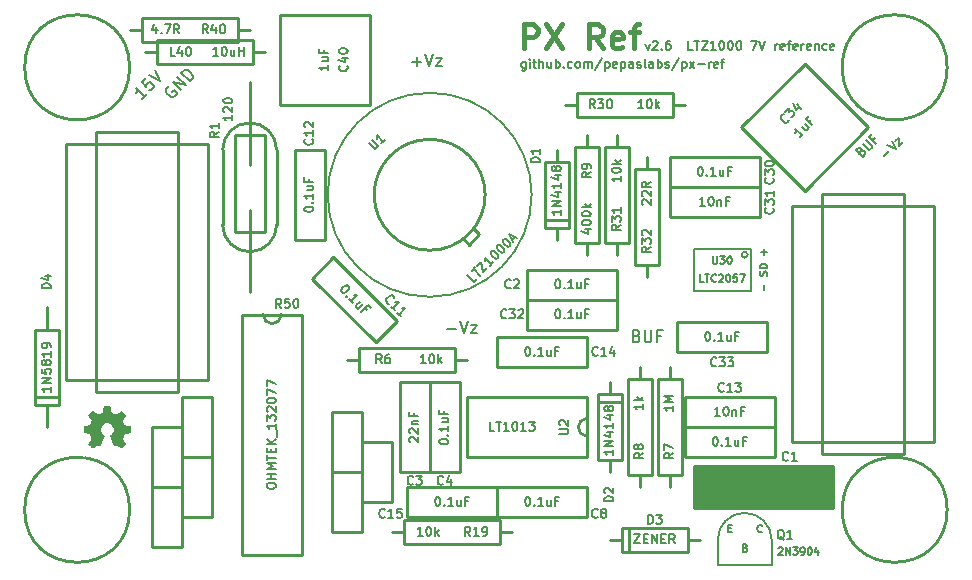
<source format=gto>
G04 (created by PCBNEW (22-Jun-2014 BZR 4027)-stable) date Fri 29 Jun 2018 12:51:00 AM CDT*
%MOIN*%
G04 Gerber Fmt 3.4, Leading zero omitted, Abs format*
%FSLAX34Y34*%
G01*
G70*
G90*
G04 APERTURE LIST*
%ADD10C,0.00590551*%
%ADD11C,0.006*%
%ADD12C,0.005*%
%ADD13C,0.008*%
%ADD14C,0.00787402*%
%ADD15C,0.007*%
%ADD16C,0.016*%
%ADD17C,0.01*%
%ADD18C,0.0001*%
G04 APERTURE END LIST*
G54D10*
G54D11*
X100145Y-31053D02*
X100186Y-31033D01*
X100206Y-31033D01*
X100236Y-31043D01*
X100267Y-31073D01*
X100277Y-31104D01*
X100277Y-31124D01*
X100267Y-31154D01*
X100186Y-31235D01*
X99974Y-31023D01*
X100044Y-30952D01*
X100075Y-30942D01*
X100095Y-30942D01*
X100125Y-30952D01*
X100145Y-30972D01*
X100156Y-31003D01*
X100156Y-31023D01*
X100145Y-31053D01*
X100075Y-31124D01*
X100186Y-30811D02*
X100358Y-30982D01*
X100388Y-30992D01*
X100408Y-30992D01*
X100438Y-30982D01*
X100479Y-30942D01*
X100489Y-30912D01*
X100489Y-30891D01*
X100479Y-30861D01*
X100307Y-30689D01*
X100580Y-30619D02*
X100509Y-30689D01*
X100620Y-30800D02*
X100408Y-30588D01*
X100509Y-30487D01*
X100905Y-31204D02*
X101067Y-31042D01*
X101006Y-30840D02*
X101289Y-30982D01*
X101147Y-30699D01*
X101269Y-30719D02*
X101380Y-30608D01*
X101410Y-30861D01*
X101521Y-30749D01*
G54D12*
X96905Y-35684D02*
X96905Y-35494D01*
X96989Y-35196D02*
X97001Y-35160D01*
X97001Y-35101D01*
X96989Y-35077D01*
X96977Y-35065D01*
X96953Y-35053D01*
X96929Y-35053D01*
X96905Y-35065D01*
X96894Y-35077D01*
X96882Y-35101D01*
X96870Y-35148D01*
X96858Y-35172D01*
X96846Y-35184D01*
X96822Y-35196D01*
X96798Y-35196D01*
X96775Y-35184D01*
X96763Y-35172D01*
X96751Y-35148D01*
X96751Y-35089D01*
X96763Y-35053D01*
X97001Y-34946D02*
X96751Y-34946D01*
X96751Y-34886D01*
X96763Y-34851D01*
X96786Y-34827D01*
X96810Y-34815D01*
X96858Y-34803D01*
X96894Y-34803D01*
X96941Y-34815D01*
X96965Y-34827D01*
X96989Y-34851D01*
X97001Y-34886D01*
X97001Y-34946D01*
X96905Y-34505D02*
X96905Y-34315D01*
X97001Y-34410D02*
X96810Y-34410D01*
G54D13*
X92647Y-37202D02*
X92704Y-37221D01*
X92723Y-37240D01*
X92742Y-37278D01*
X92742Y-37335D01*
X92723Y-37373D01*
X92704Y-37392D01*
X92666Y-37411D01*
X92514Y-37411D01*
X92514Y-37011D01*
X92647Y-37011D01*
X92685Y-37030D01*
X92704Y-37050D01*
X92723Y-37088D01*
X92723Y-37126D01*
X92704Y-37164D01*
X92685Y-37183D01*
X92647Y-37202D01*
X92514Y-37202D01*
X92914Y-37011D02*
X92914Y-37335D01*
X92933Y-37373D01*
X92952Y-37392D01*
X92990Y-37411D01*
X93066Y-37411D01*
X93104Y-37392D01*
X93123Y-37373D01*
X93142Y-37335D01*
X93142Y-37011D01*
X93466Y-37202D02*
X93333Y-37202D01*
X93333Y-37411D02*
X93333Y-37011D01*
X93523Y-37011D01*
G54D14*
X89150Y-32500D02*
G75*
G03X89150Y-32500I-3400J0D01*
G74*
G01*
G54D11*
X88950Y-28071D02*
X88950Y-28314D01*
X88935Y-28342D01*
X88921Y-28357D01*
X88892Y-28371D01*
X88850Y-28371D01*
X88821Y-28357D01*
X88950Y-28257D02*
X88921Y-28271D01*
X88864Y-28271D01*
X88835Y-28257D01*
X88821Y-28242D01*
X88807Y-28214D01*
X88807Y-28128D01*
X88821Y-28100D01*
X88835Y-28085D01*
X88864Y-28071D01*
X88921Y-28071D01*
X88950Y-28085D01*
X89092Y-28271D02*
X89092Y-28071D01*
X89092Y-27971D02*
X89078Y-27985D01*
X89092Y-28000D01*
X89107Y-27985D01*
X89092Y-27971D01*
X89092Y-28000D01*
X89192Y-28071D02*
X89307Y-28071D01*
X89235Y-27971D02*
X89235Y-28228D01*
X89250Y-28257D01*
X89278Y-28271D01*
X89307Y-28271D01*
X89407Y-28271D02*
X89407Y-27971D01*
X89535Y-28271D02*
X89535Y-28114D01*
X89521Y-28085D01*
X89492Y-28071D01*
X89450Y-28071D01*
X89421Y-28085D01*
X89407Y-28100D01*
X89807Y-28071D02*
X89807Y-28271D01*
X89678Y-28071D02*
X89678Y-28228D01*
X89692Y-28257D01*
X89721Y-28271D01*
X89764Y-28271D01*
X89792Y-28257D01*
X89807Y-28242D01*
X89950Y-28271D02*
X89950Y-27971D01*
X89950Y-28085D02*
X89978Y-28071D01*
X90035Y-28071D01*
X90064Y-28085D01*
X90078Y-28100D01*
X90092Y-28128D01*
X90092Y-28214D01*
X90078Y-28242D01*
X90064Y-28257D01*
X90035Y-28271D01*
X89978Y-28271D01*
X89950Y-28257D01*
X90221Y-28242D02*
X90235Y-28257D01*
X90221Y-28271D01*
X90207Y-28257D01*
X90221Y-28242D01*
X90221Y-28271D01*
X90492Y-28257D02*
X90464Y-28271D01*
X90407Y-28271D01*
X90378Y-28257D01*
X90364Y-28242D01*
X90350Y-28214D01*
X90350Y-28128D01*
X90364Y-28100D01*
X90378Y-28085D01*
X90407Y-28071D01*
X90464Y-28071D01*
X90492Y-28085D01*
X90664Y-28271D02*
X90635Y-28257D01*
X90621Y-28242D01*
X90607Y-28214D01*
X90607Y-28128D01*
X90621Y-28100D01*
X90635Y-28085D01*
X90664Y-28071D01*
X90707Y-28071D01*
X90735Y-28085D01*
X90750Y-28100D01*
X90764Y-28128D01*
X90764Y-28214D01*
X90750Y-28242D01*
X90735Y-28257D01*
X90707Y-28271D01*
X90664Y-28271D01*
X90892Y-28271D02*
X90892Y-28071D01*
X90892Y-28100D02*
X90907Y-28085D01*
X90935Y-28071D01*
X90978Y-28071D01*
X91007Y-28085D01*
X91021Y-28114D01*
X91021Y-28271D01*
X91021Y-28114D02*
X91035Y-28085D01*
X91064Y-28071D01*
X91107Y-28071D01*
X91135Y-28085D01*
X91150Y-28114D01*
X91150Y-28271D01*
X91507Y-27957D02*
X91250Y-28342D01*
X91607Y-28071D02*
X91607Y-28371D01*
X91607Y-28085D02*
X91635Y-28071D01*
X91692Y-28071D01*
X91721Y-28085D01*
X91735Y-28100D01*
X91750Y-28128D01*
X91750Y-28214D01*
X91735Y-28242D01*
X91721Y-28257D01*
X91692Y-28271D01*
X91635Y-28271D01*
X91607Y-28257D01*
X91992Y-28257D02*
X91964Y-28271D01*
X91907Y-28271D01*
X91878Y-28257D01*
X91864Y-28228D01*
X91864Y-28114D01*
X91878Y-28085D01*
X91907Y-28071D01*
X91964Y-28071D01*
X91992Y-28085D01*
X92007Y-28114D01*
X92007Y-28142D01*
X91864Y-28171D01*
X92135Y-28071D02*
X92135Y-28371D01*
X92135Y-28085D02*
X92164Y-28071D01*
X92221Y-28071D01*
X92250Y-28085D01*
X92264Y-28100D01*
X92278Y-28128D01*
X92278Y-28214D01*
X92264Y-28242D01*
X92250Y-28257D01*
X92221Y-28271D01*
X92164Y-28271D01*
X92135Y-28257D01*
X92535Y-28271D02*
X92535Y-28114D01*
X92521Y-28085D01*
X92492Y-28071D01*
X92435Y-28071D01*
X92407Y-28085D01*
X92535Y-28257D02*
X92507Y-28271D01*
X92435Y-28271D01*
X92407Y-28257D01*
X92392Y-28228D01*
X92392Y-28200D01*
X92407Y-28171D01*
X92435Y-28157D01*
X92507Y-28157D01*
X92535Y-28142D01*
X92664Y-28257D02*
X92692Y-28271D01*
X92750Y-28271D01*
X92778Y-28257D01*
X92792Y-28228D01*
X92792Y-28214D01*
X92778Y-28185D01*
X92750Y-28171D01*
X92707Y-28171D01*
X92678Y-28157D01*
X92664Y-28128D01*
X92664Y-28114D01*
X92678Y-28085D01*
X92707Y-28071D01*
X92750Y-28071D01*
X92778Y-28085D01*
X92964Y-28271D02*
X92935Y-28257D01*
X92921Y-28228D01*
X92921Y-27971D01*
X93207Y-28271D02*
X93207Y-28114D01*
X93192Y-28085D01*
X93164Y-28071D01*
X93107Y-28071D01*
X93078Y-28085D01*
X93207Y-28257D02*
X93178Y-28271D01*
X93107Y-28271D01*
X93078Y-28257D01*
X93064Y-28228D01*
X93064Y-28200D01*
X93078Y-28171D01*
X93107Y-28157D01*
X93178Y-28157D01*
X93207Y-28142D01*
X93350Y-28271D02*
X93350Y-27971D01*
X93350Y-28085D02*
X93378Y-28071D01*
X93435Y-28071D01*
X93464Y-28085D01*
X93478Y-28100D01*
X93492Y-28128D01*
X93492Y-28214D01*
X93478Y-28242D01*
X93464Y-28257D01*
X93435Y-28271D01*
X93378Y-28271D01*
X93350Y-28257D01*
X93607Y-28257D02*
X93635Y-28271D01*
X93692Y-28271D01*
X93721Y-28257D01*
X93735Y-28228D01*
X93735Y-28214D01*
X93721Y-28185D01*
X93692Y-28171D01*
X93650Y-28171D01*
X93621Y-28157D01*
X93607Y-28128D01*
X93607Y-28114D01*
X93621Y-28085D01*
X93650Y-28071D01*
X93692Y-28071D01*
X93721Y-28085D01*
X94078Y-27957D02*
X93821Y-28342D01*
X94178Y-28071D02*
X94178Y-28371D01*
X94178Y-28085D02*
X94207Y-28071D01*
X94264Y-28071D01*
X94292Y-28085D01*
X94307Y-28100D01*
X94321Y-28128D01*
X94321Y-28214D01*
X94307Y-28242D01*
X94292Y-28257D01*
X94264Y-28271D01*
X94207Y-28271D01*
X94178Y-28257D01*
X94421Y-28271D02*
X94578Y-28071D01*
X94421Y-28071D02*
X94578Y-28271D01*
X94692Y-28157D02*
X94921Y-28157D01*
X95064Y-28271D02*
X95064Y-28071D01*
X95064Y-28128D02*
X95078Y-28100D01*
X95092Y-28085D01*
X95121Y-28071D01*
X95150Y-28071D01*
X95364Y-28257D02*
X95335Y-28271D01*
X95278Y-28271D01*
X95250Y-28257D01*
X95235Y-28228D01*
X95235Y-28114D01*
X95250Y-28085D01*
X95278Y-28071D01*
X95335Y-28071D01*
X95364Y-28085D01*
X95378Y-28114D01*
X95378Y-28142D01*
X95235Y-28171D01*
X95464Y-28071D02*
X95578Y-28071D01*
X95507Y-28271D02*
X95507Y-28014D01*
X95521Y-27985D01*
X95550Y-27971D01*
X95578Y-27971D01*
X92942Y-27471D02*
X93014Y-27671D01*
X93085Y-27471D01*
X93185Y-27400D02*
X93200Y-27385D01*
X93228Y-27371D01*
X93300Y-27371D01*
X93328Y-27385D01*
X93342Y-27400D01*
X93357Y-27428D01*
X93357Y-27457D01*
X93342Y-27500D01*
X93171Y-27671D01*
X93357Y-27671D01*
X93485Y-27642D02*
X93499Y-27657D01*
X93485Y-27671D01*
X93471Y-27657D01*
X93485Y-27642D01*
X93485Y-27671D01*
X93757Y-27371D02*
X93699Y-27371D01*
X93671Y-27385D01*
X93657Y-27400D01*
X93628Y-27442D01*
X93614Y-27500D01*
X93614Y-27614D01*
X93628Y-27642D01*
X93642Y-27657D01*
X93671Y-27671D01*
X93728Y-27671D01*
X93757Y-27657D01*
X93771Y-27642D01*
X93785Y-27614D01*
X93785Y-27542D01*
X93771Y-27514D01*
X93757Y-27500D01*
X93728Y-27485D01*
X93671Y-27485D01*
X93642Y-27500D01*
X93628Y-27514D01*
X93614Y-27542D01*
G54D15*
X94514Y-27671D02*
X94371Y-27671D01*
X94371Y-27371D01*
X94571Y-27371D02*
X94742Y-27371D01*
X94657Y-27671D02*
X94657Y-27371D01*
X94814Y-27371D02*
X95014Y-27371D01*
X94814Y-27671D01*
X95014Y-27671D01*
X95285Y-27671D02*
X95114Y-27671D01*
X95199Y-27671D02*
X95199Y-27371D01*
X95171Y-27414D01*
X95142Y-27442D01*
X95114Y-27457D01*
X95471Y-27371D02*
X95499Y-27371D01*
X95528Y-27385D01*
X95542Y-27400D01*
X95557Y-27428D01*
X95571Y-27485D01*
X95571Y-27557D01*
X95557Y-27614D01*
X95542Y-27642D01*
X95528Y-27657D01*
X95499Y-27671D01*
X95471Y-27671D01*
X95442Y-27657D01*
X95428Y-27642D01*
X95414Y-27614D01*
X95399Y-27557D01*
X95399Y-27485D01*
X95414Y-27428D01*
X95428Y-27400D01*
X95442Y-27385D01*
X95471Y-27371D01*
X95757Y-27371D02*
X95785Y-27371D01*
X95814Y-27385D01*
X95828Y-27400D01*
X95842Y-27428D01*
X95857Y-27485D01*
X95857Y-27557D01*
X95842Y-27614D01*
X95828Y-27642D01*
X95814Y-27657D01*
X95785Y-27671D01*
X95757Y-27671D01*
X95728Y-27657D01*
X95714Y-27642D01*
X95699Y-27614D01*
X95685Y-27557D01*
X95685Y-27485D01*
X95699Y-27428D01*
X95714Y-27400D01*
X95728Y-27385D01*
X95757Y-27371D01*
X96042Y-27371D02*
X96071Y-27371D01*
X96099Y-27385D01*
X96114Y-27400D01*
X96128Y-27428D01*
X96142Y-27485D01*
X96142Y-27557D01*
X96128Y-27614D01*
X96114Y-27642D01*
X96099Y-27657D01*
X96071Y-27671D01*
X96042Y-27671D01*
X96014Y-27657D01*
X95999Y-27642D01*
X95985Y-27614D01*
X95971Y-27557D01*
X95971Y-27485D01*
X95985Y-27428D01*
X95999Y-27400D01*
X96014Y-27385D01*
X96042Y-27371D01*
X96471Y-27371D02*
X96671Y-27371D01*
X96542Y-27671D01*
X96742Y-27371D02*
X96842Y-27671D01*
X96942Y-27371D01*
X97271Y-27671D02*
X97271Y-27471D01*
X97271Y-27528D02*
X97285Y-27500D01*
X97299Y-27485D01*
X97328Y-27471D01*
X97357Y-27471D01*
X97571Y-27657D02*
X97542Y-27671D01*
X97485Y-27671D01*
X97457Y-27657D01*
X97442Y-27628D01*
X97442Y-27514D01*
X97457Y-27485D01*
X97485Y-27471D01*
X97542Y-27471D01*
X97571Y-27485D01*
X97585Y-27514D01*
X97585Y-27542D01*
X97442Y-27571D01*
X97671Y-27471D02*
X97785Y-27471D01*
X97714Y-27671D02*
X97714Y-27414D01*
X97728Y-27385D01*
X97757Y-27371D01*
X97785Y-27371D01*
X97999Y-27657D02*
X97971Y-27671D01*
X97914Y-27671D01*
X97885Y-27657D01*
X97871Y-27628D01*
X97871Y-27514D01*
X97885Y-27485D01*
X97914Y-27471D01*
X97971Y-27471D01*
X97999Y-27485D01*
X98014Y-27514D01*
X98014Y-27542D01*
X97871Y-27571D01*
X98142Y-27671D02*
X98142Y-27471D01*
X98142Y-27528D02*
X98157Y-27500D01*
X98171Y-27485D01*
X98199Y-27471D01*
X98228Y-27471D01*
X98442Y-27657D02*
X98414Y-27671D01*
X98357Y-27671D01*
X98328Y-27657D01*
X98314Y-27628D01*
X98314Y-27514D01*
X98328Y-27485D01*
X98357Y-27471D01*
X98414Y-27471D01*
X98442Y-27485D01*
X98457Y-27514D01*
X98457Y-27542D01*
X98314Y-27571D01*
X98585Y-27471D02*
X98585Y-27671D01*
X98585Y-27500D02*
X98599Y-27485D01*
X98628Y-27471D01*
X98671Y-27471D01*
X98699Y-27485D01*
X98714Y-27514D01*
X98714Y-27671D01*
X98985Y-27657D02*
X98957Y-27671D01*
X98899Y-27671D01*
X98871Y-27657D01*
X98857Y-27642D01*
X98842Y-27614D01*
X98842Y-27528D01*
X98857Y-27500D01*
X98871Y-27485D01*
X98899Y-27471D01*
X98957Y-27471D01*
X98985Y-27485D01*
X99228Y-27657D02*
X99199Y-27671D01*
X99142Y-27671D01*
X99114Y-27657D01*
X99099Y-27628D01*
X99099Y-27514D01*
X99114Y-27485D01*
X99142Y-27471D01*
X99199Y-27471D01*
X99228Y-27485D01*
X99242Y-27514D01*
X99242Y-27542D01*
X99099Y-27571D01*
G54D16*
X88890Y-27623D02*
X88890Y-26823D01*
X89195Y-26823D01*
X89271Y-26861D01*
X89309Y-26900D01*
X89347Y-26976D01*
X89347Y-27090D01*
X89309Y-27166D01*
X89271Y-27204D01*
X89195Y-27242D01*
X88890Y-27242D01*
X89614Y-26823D02*
X90147Y-27623D01*
X90147Y-26823D02*
X89614Y-27623D01*
X91519Y-27623D02*
X91252Y-27242D01*
X91061Y-27623D02*
X91061Y-26823D01*
X91366Y-26823D01*
X91442Y-26861D01*
X91480Y-26900D01*
X91519Y-26976D01*
X91519Y-27090D01*
X91480Y-27166D01*
X91442Y-27204D01*
X91366Y-27242D01*
X91061Y-27242D01*
X92166Y-27585D02*
X92090Y-27623D01*
X91938Y-27623D01*
X91861Y-27585D01*
X91823Y-27509D01*
X91823Y-27204D01*
X91861Y-27128D01*
X91938Y-27090D01*
X92090Y-27090D01*
X92166Y-27128D01*
X92204Y-27204D01*
X92204Y-27280D01*
X91823Y-27357D01*
X92433Y-27090D02*
X92738Y-27090D01*
X92547Y-27623D02*
X92547Y-26938D01*
X92585Y-26861D01*
X92661Y-26823D01*
X92738Y-26823D01*
G54D13*
X77060Y-28879D02*
X77020Y-28893D01*
X76979Y-28933D01*
X76952Y-28987D01*
X76952Y-29041D01*
X76966Y-29081D01*
X77006Y-29148D01*
X77047Y-29189D01*
X77114Y-29229D01*
X77154Y-29243D01*
X77208Y-29243D01*
X77262Y-29216D01*
X77289Y-29189D01*
X77316Y-29135D01*
X77316Y-29108D01*
X77222Y-29014D01*
X77168Y-29068D01*
X77464Y-29014D02*
X77181Y-28731D01*
X77626Y-28852D01*
X77343Y-28569D01*
X77760Y-28717D02*
X77478Y-28435D01*
X77545Y-28367D01*
X77599Y-28340D01*
X77653Y-28340D01*
X77693Y-28354D01*
X77760Y-28394D01*
X77801Y-28435D01*
X77841Y-28502D01*
X77855Y-28542D01*
X77855Y-28596D01*
X77828Y-28650D01*
X77760Y-28717D01*
X76329Y-29148D02*
X76168Y-29310D01*
X76249Y-29229D02*
X75966Y-28946D01*
X75979Y-29014D01*
X75979Y-29068D01*
X75966Y-29108D01*
X76303Y-28610D02*
X76168Y-28744D01*
X76289Y-28893D01*
X76289Y-28866D01*
X76303Y-28825D01*
X76370Y-28758D01*
X76410Y-28744D01*
X76437Y-28744D01*
X76478Y-28758D01*
X76545Y-28825D01*
X76558Y-28866D01*
X76558Y-28893D01*
X76545Y-28933D01*
X76478Y-29000D01*
X76437Y-29014D01*
X76410Y-29014D01*
X76397Y-28515D02*
X76774Y-28704D01*
X76585Y-28327D01*
X86314Y-36959D02*
X86619Y-36959D01*
X86752Y-36711D02*
X86885Y-37111D01*
X87019Y-36711D01*
X87114Y-36845D02*
X87323Y-36845D01*
X87114Y-37111D01*
X87323Y-37111D01*
X85164Y-28059D02*
X85469Y-28059D01*
X85316Y-28211D02*
X85316Y-27907D01*
X85602Y-27811D02*
X85735Y-28211D01*
X85869Y-27811D01*
X85964Y-27945D02*
X86173Y-27945D01*
X85964Y-28211D01*
X86173Y-28211D01*
G54D10*
X95350Y-44000D02*
X95350Y-44850D01*
X95350Y-44850D02*
X97150Y-44850D01*
X97150Y-44850D02*
X97150Y-44000D01*
X97150Y-44000D02*
G75*
G03X96250Y-43100I-900J0D01*
G74*
G01*
X96250Y-43100D02*
G75*
G03X95350Y-44000I0J-900D01*
G74*
G01*
G54D17*
X92750Y-38250D02*
X92750Y-38650D01*
X92750Y-38650D02*
X93150Y-38650D01*
X93150Y-38650D02*
X93150Y-41850D01*
X93150Y-41850D02*
X92350Y-41850D01*
X92350Y-41850D02*
X92350Y-38650D01*
X92350Y-38650D02*
X92750Y-38650D01*
X92750Y-42250D02*
X92750Y-41850D01*
X93750Y-42250D02*
X93750Y-41850D01*
X93750Y-41850D02*
X93350Y-41850D01*
X93350Y-41850D02*
X93350Y-38650D01*
X93350Y-38650D02*
X94150Y-38650D01*
X94150Y-38650D02*
X94150Y-41850D01*
X94150Y-41850D02*
X93750Y-41850D01*
X93750Y-38250D02*
X93750Y-38650D01*
X83000Y-38000D02*
X83400Y-38000D01*
X83400Y-38000D02*
X83400Y-37600D01*
X83400Y-37600D02*
X86600Y-37600D01*
X86600Y-37600D02*
X86600Y-38400D01*
X86600Y-38400D02*
X83400Y-38400D01*
X83400Y-38400D02*
X83400Y-38000D01*
X87000Y-38000D02*
X86600Y-38000D01*
X91000Y-30500D02*
X91000Y-30900D01*
X91000Y-30900D02*
X91400Y-30900D01*
X91400Y-30900D02*
X91400Y-34100D01*
X91400Y-34100D02*
X90600Y-34100D01*
X90600Y-34100D02*
X90600Y-30900D01*
X90600Y-30900D02*
X91000Y-30900D01*
X91000Y-34500D02*
X91000Y-34100D01*
X88500Y-43750D02*
X88100Y-43750D01*
X88100Y-43750D02*
X88100Y-44150D01*
X88100Y-44150D02*
X84900Y-44150D01*
X84900Y-44150D02*
X84900Y-43350D01*
X84900Y-43350D02*
X88100Y-43350D01*
X88100Y-43350D02*
X88100Y-43750D01*
X84500Y-43750D02*
X84900Y-43750D01*
X90700Y-40250D02*
G75*
G03X91000Y-40550I300J0D01*
G74*
G01*
X91000Y-39950D02*
G75*
G03X90700Y-40250I0J-300D01*
G74*
G01*
X91000Y-41250D02*
X87000Y-41250D01*
X87000Y-41250D02*
X87000Y-39250D01*
X87000Y-39250D02*
X91000Y-39250D01*
X91000Y-39250D02*
X91000Y-41250D01*
X103000Y-28250D02*
G75*
G03X103000Y-28250I-1750J0D01*
G74*
G01*
X97250Y-40250D02*
X97250Y-41250D01*
X94250Y-40250D02*
X94250Y-41250D01*
X97250Y-41250D02*
X94250Y-41250D01*
X94250Y-40250D02*
X97250Y-40250D01*
X89000Y-37000D02*
X89000Y-36000D01*
X92000Y-37000D02*
X92000Y-36000D01*
X89000Y-36000D02*
X92000Y-36000D01*
X92000Y-37000D02*
X89000Y-37000D01*
X84750Y-38750D02*
X85750Y-38750D01*
X84750Y-41750D02*
X85750Y-41750D01*
X85750Y-38750D02*
X85750Y-41750D01*
X84750Y-41750D02*
X84750Y-38750D01*
X85750Y-38750D02*
X86750Y-38750D01*
X85750Y-41750D02*
X86750Y-41750D01*
X86750Y-38750D02*
X86750Y-41750D01*
X85750Y-41750D02*
X85750Y-38750D01*
X91000Y-42250D02*
X91000Y-43250D01*
X88000Y-42250D02*
X88000Y-43250D01*
X91000Y-43250D02*
X88000Y-43250D01*
X88000Y-42250D02*
X91000Y-42250D01*
X84664Y-36707D02*
X83957Y-37414D01*
X82542Y-34585D02*
X81835Y-35292D01*
X83957Y-37414D02*
X81835Y-35292D01*
X82542Y-34585D02*
X84664Y-36707D01*
X82250Y-34000D02*
X81250Y-34000D01*
X82250Y-31000D02*
X81250Y-31000D01*
X81250Y-34000D02*
X81250Y-31000D01*
X82250Y-31000D02*
X82250Y-34000D01*
X94250Y-40250D02*
X94250Y-39250D01*
X97250Y-40250D02*
X97250Y-39250D01*
X94250Y-39250D02*
X97250Y-39250D01*
X97250Y-40250D02*
X94250Y-40250D01*
X88000Y-38250D02*
X88000Y-37250D01*
X91000Y-38250D02*
X91000Y-37250D01*
X88000Y-37250D02*
X91000Y-37250D01*
X91000Y-38250D02*
X88000Y-38250D01*
X85000Y-43250D02*
X85000Y-42250D01*
X88000Y-43250D02*
X88000Y-42250D01*
X85000Y-42250D02*
X88000Y-42250D01*
X88000Y-43250D02*
X85000Y-43250D01*
X75750Y-43000D02*
G75*
G03X75750Y-43000I-1750J0D01*
G74*
G01*
G54D12*
X96350Y-34500D02*
G75*
G03X96350Y-34500I-100J0D01*
G74*
G01*
X94550Y-35700D02*
X94550Y-34300D01*
X96450Y-35700D02*
X96450Y-34300D01*
X96450Y-34300D02*
X94550Y-34300D01*
X96450Y-35700D02*
X94550Y-35700D01*
G54D17*
X90250Y-29500D02*
X90650Y-29500D01*
X90650Y-29500D02*
X90650Y-29100D01*
X90650Y-29100D02*
X93850Y-29100D01*
X93850Y-29100D02*
X93850Y-29900D01*
X93850Y-29900D02*
X90650Y-29900D01*
X90650Y-29900D02*
X90650Y-29500D01*
X94250Y-29500D02*
X93850Y-29500D01*
X92000Y-30500D02*
X92000Y-30900D01*
X92000Y-30900D02*
X92400Y-30900D01*
X92400Y-30900D02*
X92400Y-34100D01*
X92400Y-34100D02*
X91600Y-34100D01*
X91600Y-34100D02*
X91600Y-30900D01*
X91600Y-30900D02*
X92000Y-30900D01*
X92000Y-34500D02*
X92000Y-34100D01*
X93000Y-31250D02*
X93000Y-31650D01*
X93000Y-31650D02*
X93400Y-31650D01*
X93400Y-31650D02*
X93400Y-34850D01*
X93400Y-34850D02*
X92600Y-34850D01*
X92600Y-34850D02*
X92600Y-31650D01*
X92600Y-31650D02*
X93000Y-31650D01*
X93000Y-35250D02*
X93000Y-34850D01*
X96750Y-31250D02*
X96750Y-32250D01*
X93750Y-31250D02*
X93750Y-32250D01*
X96750Y-32250D02*
X93750Y-32250D01*
X93750Y-31250D02*
X96750Y-31250D01*
X93750Y-33250D02*
X93750Y-32250D01*
X96750Y-33250D02*
X96750Y-32250D01*
X93750Y-32250D02*
X96750Y-32250D01*
X96750Y-33250D02*
X93750Y-33250D01*
X94000Y-37750D02*
X94000Y-36750D01*
X97000Y-37750D02*
X97000Y-36750D01*
X94000Y-36750D02*
X97000Y-36750D01*
X97000Y-37750D02*
X94000Y-37750D01*
X87600Y-32500D02*
G75*
G03X87600Y-32500I-1850J0D01*
G74*
G01*
X87058Y-34161D02*
X86881Y-33984D01*
X87411Y-33808D02*
X87234Y-33631D01*
X87411Y-33808D02*
X87058Y-34161D01*
X89000Y-36000D02*
X89000Y-35000D01*
X92000Y-36000D02*
X92000Y-35000D01*
X89000Y-35000D02*
X92000Y-35000D01*
X92000Y-36000D02*
X89000Y-36000D01*
X75750Y-28250D02*
G75*
G03X75750Y-28250I-1750J0D01*
G74*
G01*
X103000Y-43000D02*
G75*
G03X103000Y-43000I-1750J0D01*
G74*
G01*
X79750Y-27000D02*
X79350Y-27000D01*
X79350Y-27000D02*
X79350Y-27400D01*
X79350Y-27400D02*
X76150Y-27400D01*
X76150Y-27400D02*
X76150Y-26600D01*
X76150Y-26600D02*
X79350Y-26600D01*
X79350Y-26600D02*
X79350Y-27000D01*
X75750Y-27000D02*
X76150Y-27000D01*
X76250Y-27750D02*
X76650Y-27750D01*
X76650Y-27750D02*
X76650Y-27350D01*
X76650Y-27350D02*
X79850Y-27350D01*
X79850Y-27350D02*
X79850Y-28150D01*
X79850Y-28150D02*
X76650Y-28150D01*
X76650Y-28150D02*
X76650Y-27750D01*
X80250Y-27750D02*
X79850Y-27750D01*
X98818Y-41141D02*
X98818Y-32480D01*
X98818Y-32480D02*
X101574Y-32480D01*
X101574Y-32480D02*
X101574Y-41141D01*
X101574Y-41141D02*
X98818Y-41141D01*
X97834Y-40748D02*
X97834Y-32874D01*
X97834Y-32874D02*
X102559Y-32874D01*
X102559Y-32874D02*
X102559Y-40748D01*
X102559Y-40748D02*
X97834Y-40748D01*
X83750Y-26500D02*
X80750Y-26500D01*
X83750Y-29500D02*
X80750Y-29500D01*
X80750Y-29500D02*
X80750Y-26500D01*
X83750Y-26500D02*
X83750Y-29500D01*
X94350Y-44000D02*
X94750Y-44000D01*
X92150Y-44000D02*
X91750Y-44000D01*
X94350Y-43600D02*
X92150Y-43600D01*
X92150Y-44400D02*
X94350Y-44400D01*
X92400Y-44400D02*
X92400Y-43600D01*
X92150Y-44000D02*
X92150Y-44400D01*
X94350Y-44400D02*
X94350Y-44000D01*
X94350Y-44000D02*
X94350Y-43600D01*
X92150Y-43600D02*
X92150Y-44000D01*
X90000Y-31400D02*
X90000Y-31000D01*
X90000Y-33600D02*
X90000Y-34000D01*
X89600Y-31400D02*
X89600Y-33600D01*
X90400Y-33600D02*
X90400Y-31400D01*
X90400Y-33350D02*
X89600Y-33350D01*
X90000Y-33600D02*
X90400Y-33600D01*
X90400Y-31400D02*
X90000Y-31400D01*
X90000Y-31400D02*
X89600Y-31400D01*
X89600Y-33600D02*
X90000Y-33600D01*
X91750Y-41350D02*
X91750Y-41750D01*
X91750Y-39150D02*
X91750Y-38750D01*
X92150Y-41350D02*
X92150Y-39150D01*
X91350Y-39150D02*
X91350Y-41350D01*
X91350Y-39400D02*
X92150Y-39400D01*
X91750Y-39150D02*
X91350Y-39150D01*
X91350Y-41350D02*
X91750Y-41350D01*
X91750Y-41350D02*
X92150Y-41350D01*
X92150Y-39150D02*
X91750Y-39150D01*
X73000Y-36250D02*
X73000Y-37000D01*
X73000Y-39500D02*
X73000Y-40250D01*
X73400Y-39250D02*
X72600Y-39250D01*
X72600Y-37000D02*
X72600Y-39500D01*
X73400Y-37000D02*
X72600Y-37000D01*
X73400Y-39500D02*
X72600Y-39500D01*
X73400Y-37000D02*
X73400Y-39500D01*
X74622Y-39080D02*
X74622Y-30419D01*
X74622Y-30419D02*
X77377Y-30419D01*
X77377Y-30419D02*
X77377Y-39080D01*
X77377Y-39080D02*
X74622Y-39080D01*
X73637Y-38687D02*
X73637Y-30812D01*
X73637Y-30812D02*
X78362Y-30812D01*
X78362Y-30812D02*
X78362Y-38687D01*
X78362Y-38687D02*
X73637Y-38687D01*
X96128Y-30250D02*
X98250Y-32371D01*
X98250Y-28128D02*
X100371Y-30250D01*
X100371Y-30250D02*
X98250Y-32371D01*
X96128Y-30250D02*
X98250Y-28128D01*
X83500Y-39750D02*
X83500Y-41750D01*
X83500Y-41750D02*
X82500Y-41750D01*
X82500Y-41750D02*
X82500Y-39750D01*
X82500Y-39750D02*
X83500Y-39750D01*
X84500Y-40750D02*
X84500Y-42750D01*
X84500Y-42750D02*
X83500Y-42750D01*
X83500Y-42750D02*
X83500Y-40750D01*
X83500Y-40750D02*
X84500Y-40750D01*
X83500Y-41750D02*
X83500Y-43750D01*
X83500Y-43750D02*
X82500Y-43750D01*
X82500Y-43750D02*
X82500Y-41750D01*
X82500Y-41750D02*
X83500Y-41750D01*
X76500Y-42250D02*
X76500Y-40250D01*
X76500Y-40250D02*
X77500Y-40250D01*
X77500Y-40250D02*
X77500Y-42250D01*
X77500Y-42250D02*
X76500Y-42250D01*
X77500Y-43250D02*
X77500Y-41250D01*
X77500Y-41250D02*
X78500Y-41250D01*
X78500Y-41250D02*
X78500Y-43250D01*
X78500Y-43250D02*
X77500Y-43250D01*
X76500Y-44250D02*
X76500Y-42250D01*
X76500Y-42250D02*
X77500Y-42250D01*
X77500Y-42250D02*
X77500Y-44250D01*
X77500Y-44250D02*
X76500Y-44250D01*
X77500Y-41250D02*
X77500Y-39250D01*
X77500Y-39250D02*
X78500Y-39250D01*
X78500Y-39250D02*
X78500Y-41250D01*
X78500Y-41250D02*
X77500Y-41250D01*
X79500Y-36500D02*
X79500Y-44500D01*
X81500Y-36500D02*
X81500Y-44500D01*
X80500Y-36800D02*
G75*
G03X80800Y-36500I0J300D01*
G74*
G01*
X80200Y-36500D02*
G75*
G03X80500Y-36800I300J0D01*
G74*
G01*
X81500Y-44500D02*
X79500Y-44500D01*
X79500Y-36500D02*
X81500Y-36500D01*
X79750Y-31000D02*
X79750Y-31500D01*
X79750Y-29750D02*
X79750Y-31000D01*
X79750Y-28750D02*
X79750Y-29750D01*
X79750Y-34750D02*
X79750Y-35750D01*
X79750Y-33000D02*
X79750Y-34750D01*
X79250Y-33750D02*
X79250Y-30500D01*
X80250Y-30500D02*
X80250Y-33750D01*
X78850Y-33500D02*
X78850Y-31000D01*
X80650Y-31000D02*
X80650Y-33500D01*
X79750Y-34400D02*
G75*
G03X80650Y-33500I0J900D01*
G74*
G01*
X78850Y-33500D02*
G75*
G03X79750Y-34400I900J0D01*
G74*
G01*
X79750Y-30100D02*
G75*
G03X78850Y-31000I0J-900D01*
G74*
G01*
X80650Y-31000D02*
G75*
G03X79750Y-30100I-900J0D01*
G74*
G01*
X79750Y-34400D02*
G75*
G03X80650Y-33500I0J900D01*
G74*
G01*
X80250Y-33750D02*
X79250Y-33750D01*
X79250Y-30500D02*
X80250Y-30500D01*
G54D18*
G36*
X74523Y-40957D02*
X74531Y-40953D01*
X74550Y-40941D01*
X74576Y-40924D01*
X74607Y-40903D01*
X74638Y-40882D01*
X74664Y-40865D01*
X74682Y-40853D01*
X74689Y-40849D01*
X74693Y-40850D01*
X74708Y-40858D01*
X74730Y-40869D01*
X74742Y-40875D01*
X74762Y-40884D01*
X74772Y-40886D01*
X74773Y-40883D01*
X74781Y-40868D01*
X74792Y-40842D01*
X74807Y-40808D01*
X74824Y-40768D01*
X74842Y-40725D01*
X74860Y-40681D01*
X74878Y-40639D01*
X74893Y-40601D01*
X74906Y-40571D01*
X74914Y-40549D01*
X74917Y-40540D01*
X74916Y-40538D01*
X74906Y-40529D01*
X74889Y-40516D01*
X74851Y-40485D01*
X74815Y-40439D01*
X74792Y-40387D01*
X74785Y-40329D01*
X74791Y-40276D01*
X74812Y-40225D01*
X74848Y-40178D01*
X74892Y-40144D01*
X74943Y-40122D01*
X75000Y-40115D01*
X75055Y-40121D01*
X75107Y-40142D01*
X75154Y-40177D01*
X75173Y-40200D01*
X75200Y-40247D01*
X75216Y-40297D01*
X75217Y-40309D01*
X75215Y-40365D01*
X75199Y-40418D01*
X75170Y-40465D01*
X75129Y-40504D01*
X75124Y-40508D01*
X75105Y-40522D01*
X75093Y-40531D01*
X75083Y-40539D01*
X75153Y-40709D01*
X75164Y-40736D01*
X75184Y-40782D01*
X75201Y-40822D01*
X75214Y-40854D01*
X75224Y-40875D01*
X75228Y-40884D01*
X75228Y-40884D01*
X75234Y-40885D01*
X75247Y-40880D01*
X75271Y-40869D01*
X75287Y-40861D01*
X75305Y-40852D01*
X75313Y-40849D01*
X75320Y-40853D01*
X75337Y-40864D01*
X75362Y-40881D01*
X75392Y-40901D01*
X75421Y-40921D01*
X75448Y-40939D01*
X75467Y-40951D01*
X75477Y-40956D01*
X75478Y-40956D01*
X75486Y-40951D01*
X75502Y-40939D01*
X75525Y-40917D01*
X75557Y-40885D01*
X75562Y-40880D01*
X75589Y-40852D01*
X75611Y-40829D01*
X75626Y-40813D01*
X75631Y-40806D01*
X75631Y-40806D01*
X75626Y-40796D01*
X75614Y-40777D01*
X75596Y-40750D01*
X75575Y-40719D01*
X75519Y-40637D01*
X75550Y-40560D01*
X75559Y-40537D01*
X75571Y-40508D01*
X75580Y-40488D01*
X75585Y-40479D01*
X75593Y-40476D01*
X75614Y-40471D01*
X75645Y-40464D01*
X75681Y-40458D01*
X75716Y-40451D01*
X75747Y-40445D01*
X75770Y-40441D01*
X75780Y-40439D01*
X75782Y-40437D01*
X75784Y-40432D01*
X75786Y-40422D01*
X75786Y-40403D01*
X75787Y-40373D01*
X75787Y-40329D01*
X75787Y-40325D01*
X75786Y-40283D01*
X75786Y-40250D01*
X75785Y-40229D01*
X75783Y-40221D01*
X75783Y-40221D01*
X75773Y-40218D01*
X75751Y-40214D01*
X75720Y-40207D01*
X75682Y-40200D01*
X75680Y-40200D01*
X75643Y-40193D01*
X75612Y-40186D01*
X75590Y-40181D01*
X75581Y-40178D01*
X75579Y-40176D01*
X75571Y-40161D01*
X75560Y-40138D01*
X75548Y-40110D01*
X75536Y-40081D01*
X75525Y-40054D01*
X75518Y-40035D01*
X75516Y-40026D01*
X75516Y-40026D01*
X75522Y-40017D01*
X75535Y-39997D01*
X75553Y-39971D01*
X75575Y-39939D01*
X75576Y-39936D01*
X75598Y-39905D01*
X75615Y-39878D01*
X75627Y-39859D01*
X75631Y-39851D01*
X75631Y-39850D01*
X75624Y-39841D01*
X75608Y-39823D01*
X75585Y-39799D01*
X75557Y-39771D01*
X75548Y-39763D01*
X75518Y-39733D01*
X75497Y-39713D01*
X75483Y-39703D01*
X75477Y-39700D01*
X75477Y-39701D01*
X75467Y-39706D01*
X75447Y-39719D01*
X75420Y-39738D01*
X75388Y-39759D01*
X75386Y-39761D01*
X75355Y-39782D01*
X75329Y-39800D01*
X75310Y-39812D01*
X75302Y-39817D01*
X75300Y-39817D01*
X75288Y-39813D01*
X75265Y-39806D01*
X75238Y-39795D01*
X75209Y-39783D01*
X75182Y-39772D01*
X75162Y-39763D01*
X75153Y-39758D01*
X75153Y-39757D01*
X75149Y-39746D01*
X75144Y-39722D01*
X75137Y-39690D01*
X75130Y-39651D01*
X75129Y-39645D01*
X75122Y-39608D01*
X75116Y-39577D01*
X75111Y-39555D01*
X75109Y-39546D01*
X75104Y-39545D01*
X75085Y-39544D01*
X75057Y-39543D01*
X75023Y-39543D01*
X74988Y-39543D01*
X74954Y-39544D01*
X74924Y-39545D01*
X74903Y-39546D01*
X74894Y-39548D01*
X74893Y-39549D01*
X74890Y-39560D01*
X74885Y-39584D01*
X74878Y-39616D01*
X74871Y-39655D01*
X74870Y-39662D01*
X74863Y-39699D01*
X74856Y-39730D01*
X74852Y-39751D01*
X74849Y-39759D01*
X74846Y-39761D01*
X74831Y-39768D01*
X74806Y-39778D01*
X74774Y-39791D01*
X74702Y-39820D01*
X74614Y-39759D01*
X74606Y-39754D01*
X74574Y-39732D01*
X74548Y-39715D01*
X74530Y-39703D01*
X74522Y-39699D01*
X74522Y-39699D01*
X74513Y-39707D01*
X74495Y-39723D01*
X74471Y-39747D01*
X74444Y-39774D01*
X74423Y-39795D01*
X74399Y-39820D01*
X74383Y-39836D01*
X74375Y-39847D01*
X74372Y-39854D01*
X74373Y-39858D01*
X74378Y-39867D01*
X74391Y-39886D01*
X74409Y-39913D01*
X74431Y-39944D01*
X74449Y-39971D01*
X74468Y-40000D01*
X74480Y-40021D01*
X74485Y-40032D01*
X74484Y-40036D01*
X74477Y-40053D01*
X74467Y-40080D01*
X74454Y-40111D01*
X74423Y-40181D01*
X74377Y-40189D01*
X74349Y-40195D01*
X74310Y-40202D01*
X74273Y-40209D01*
X74215Y-40221D01*
X74213Y-40433D01*
X74222Y-40437D01*
X74231Y-40440D01*
X74252Y-40444D01*
X74283Y-40450D01*
X74319Y-40457D01*
X74350Y-40463D01*
X74381Y-40469D01*
X74403Y-40473D01*
X74413Y-40475D01*
X74416Y-40479D01*
X74424Y-40494D01*
X74435Y-40518D01*
X74447Y-40547D01*
X74459Y-40576D01*
X74470Y-40604D01*
X74478Y-40625D01*
X74481Y-40636D01*
X74477Y-40644D01*
X74465Y-40662D01*
X74448Y-40688D01*
X74427Y-40719D01*
X74405Y-40750D01*
X74388Y-40777D01*
X74375Y-40796D01*
X74370Y-40804D01*
X74373Y-40810D01*
X74385Y-40825D01*
X74408Y-40849D01*
X74443Y-40884D01*
X74449Y-40889D01*
X74476Y-40916D01*
X74500Y-40937D01*
X74516Y-40952D01*
X74523Y-40957D01*
X74523Y-40957D01*
G37*
G54D11*
X97571Y-44000D02*
X97542Y-43985D01*
X97514Y-43957D01*
X97471Y-43914D01*
X97442Y-43900D01*
X97414Y-43900D01*
X97428Y-43971D02*
X97400Y-43957D01*
X97371Y-43928D01*
X97357Y-43871D01*
X97357Y-43771D01*
X97371Y-43714D01*
X97400Y-43685D01*
X97428Y-43671D01*
X97485Y-43671D01*
X97514Y-43685D01*
X97542Y-43714D01*
X97557Y-43771D01*
X97557Y-43871D01*
X97542Y-43928D01*
X97514Y-43957D01*
X97485Y-43971D01*
X97428Y-43971D01*
X97842Y-43971D02*
X97671Y-43971D01*
X97757Y-43971D02*
X97757Y-43671D01*
X97728Y-43714D01*
X97700Y-43742D01*
X97671Y-43757D01*
G54D12*
X97371Y-44275D02*
X97383Y-44263D01*
X97407Y-44251D01*
X97466Y-44251D01*
X97490Y-44263D01*
X97502Y-44275D01*
X97514Y-44298D01*
X97514Y-44322D01*
X97502Y-44358D01*
X97359Y-44501D01*
X97514Y-44501D01*
X97621Y-44501D02*
X97621Y-44251D01*
X97764Y-44501D01*
X97764Y-44251D01*
X97859Y-44251D02*
X98014Y-44251D01*
X97930Y-44346D01*
X97966Y-44346D01*
X97990Y-44358D01*
X98002Y-44370D01*
X98014Y-44394D01*
X98014Y-44453D01*
X98002Y-44477D01*
X97990Y-44489D01*
X97966Y-44501D01*
X97895Y-44501D01*
X97871Y-44489D01*
X97859Y-44477D01*
X98133Y-44501D02*
X98180Y-44501D01*
X98204Y-44489D01*
X98216Y-44477D01*
X98240Y-44441D01*
X98252Y-44394D01*
X98252Y-44298D01*
X98240Y-44275D01*
X98228Y-44263D01*
X98204Y-44251D01*
X98157Y-44251D01*
X98133Y-44263D01*
X98121Y-44275D01*
X98109Y-44298D01*
X98109Y-44358D01*
X98121Y-44382D01*
X98133Y-44394D01*
X98157Y-44405D01*
X98204Y-44405D01*
X98228Y-44394D01*
X98240Y-44382D01*
X98252Y-44358D01*
X98407Y-44251D02*
X98430Y-44251D01*
X98454Y-44263D01*
X98466Y-44275D01*
X98478Y-44298D01*
X98490Y-44346D01*
X98490Y-44405D01*
X98478Y-44453D01*
X98466Y-44477D01*
X98454Y-44489D01*
X98430Y-44501D01*
X98407Y-44501D01*
X98383Y-44489D01*
X98371Y-44477D01*
X98359Y-44453D01*
X98347Y-44405D01*
X98347Y-44346D01*
X98359Y-44298D01*
X98371Y-44275D01*
X98383Y-44263D01*
X98407Y-44251D01*
X98704Y-44334D02*
X98704Y-44501D01*
X98645Y-44239D02*
X98585Y-44417D01*
X98740Y-44417D01*
X95696Y-43620D02*
X95779Y-43620D01*
X95815Y-43751D02*
X95696Y-43751D01*
X95696Y-43501D01*
X95815Y-43501D01*
X96267Y-44270D02*
X96303Y-44282D01*
X96315Y-44294D01*
X96327Y-44317D01*
X96327Y-44353D01*
X96315Y-44377D01*
X96303Y-44389D01*
X96279Y-44401D01*
X96184Y-44401D01*
X96184Y-44151D01*
X96267Y-44151D01*
X96291Y-44163D01*
X96303Y-44175D01*
X96315Y-44198D01*
X96315Y-44222D01*
X96303Y-44246D01*
X96291Y-44258D01*
X96267Y-44270D01*
X96184Y-44270D01*
X96827Y-43727D02*
X96815Y-43739D01*
X96779Y-43751D01*
X96755Y-43751D01*
X96720Y-43739D01*
X96696Y-43715D01*
X96684Y-43691D01*
X96672Y-43644D01*
X96672Y-43608D01*
X96684Y-43560D01*
X96696Y-43536D01*
X96720Y-43513D01*
X96755Y-43501D01*
X96779Y-43501D01*
X96815Y-43513D01*
X96827Y-43525D01*
G54D11*
X92871Y-41100D02*
X92728Y-41200D01*
X92871Y-41271D02*
X92571Y-41271D01*
X92571Y-41157D01*
X92585Y-41128D01*
X92600Y-41114D01*
X92628Y-41100D01*
X92671Y-41100D01*
X92700Y-41114D01*
X92714Y-41128D01*
X92728Y-41157D01*
X92728Y-41271D01*
X92700Y-40928D02*
X92685Y-40957D01*
X92671Y-40971D01*
X92642Y-40985D01*
X92628Y-40985D01*
X92600Y-40971D01*
X92585Y-40957D01*
X92571Y-40928D01*
X92571Y-40871D01*
X92585Y-40842D01*
X92600Y-40828D01*
X92628Y-40814D01*
X92642Y-40814D01*
X92671Y-40828D01*
X92685Y-40842D01*
X92700Y-40871D01*
X92700Y-40928D01*
X92714Y-40957D01*
X92728Y-40971D01*
X92757Y-40985D01*
X92814Y-40985D01*
X92842Y-40971D01*
X92857Y-40957D01*
X92871Y-40928D01*
X92871Y-40871D01*
X92857Y-40842D01*
X92842Y-40828D01*
X92814Y-40814D01*
X92757Y-40814D01*
X92728Y-40828D01*
X92714Y-40842D01*
X92700Y-40871D01*
X92871Y-39485D02*
X92871Y-39657D01*
X92871Y-39571D02*
X92571Y-39571D01*
X92614Y-39599D01*
X92642Y-39628D01*
X92657Y-39657D01*
X92871Y-39357D02*
X92571Y-39357D01*
X92757Y-39328D02*
X92871Y-39242D01*
X92671Y-39242D02*
X92785Y-39357D01*
X93871Y-41100D02*
X93728Y-41200D01*
X93871Y-41271D02*
X93571Y-41271D01*
X93571Y-41157D01*
X93585Y-41128D01*
X93600Y-41114D01*
X93628Y-41100D01*
X93671Y-41100D01*
X93700Y-41114D01*
X93714Y-41128D01*
X93728Y-41157D01*
X93728Y-41271D01*
X93571Y-41000D02*
X93571Y-40800D01*
X93871Y-40928D01*
X93871Y-39535D02*
X93871Y-39707D01*
X93871Y-39621D02*
X93571Y-39621D01*
X93614Y-39649D01*
X93642Y-39678D01*
X93657Y-39707D01*
X93871Y-39407D02*
X93571Y-39407D01*
X93785Y-39307D01*
X93571Y-39207D01*
X93871Y-39207D01*
X84150Y-38121D02*
X84050Y-37978D01*
X83978Y-38121D02*
X83978Y-37821D01*
X84092Y-37821D01*
X84121Y-37835D01*
X84135Y-37850D01*
X84150Y-37878D01*
X84150Y-37921D01*
X84135Y-37950D01*
X84121Y-37964D01*
X84092Y-37978D01*
X83978Y-37978D01*
X84407Y-37821D02*
X84350Y-37821D01*
X84321Y-37835D01*
X84307Y-37850D01*
X84278Y-37892D01*
X84264Y-37950D01*
X84264Y-38064D01*
X84278Y-38092D01*
X84292Y-38107D01*
X84321Y-38121D01*
X84378Y-38121D01*
X84407Y-38107D01*
X84421Y-38092D01*
X84435Y-38064D01*
X84435Y-37992D01*
X84421Y-37964D01*
X84407Y-37950D01*
X84378Y-37935D01*
X84321Y-37935D01*
X84292Y-37950D01*
X84278Y-37964D01*
X84264Y-37992D01*
X85621Y-38121D02*
X85450Y-38121D01*
X85535Y-38121D02*
X85535Y-37821D01*
X85507Y-37864D01*
X85478Y-37892D01*
X85450Y-37907D01*
X85807Y-37821D02*
X85835Y-37821D01*
X85864Y-37835D01*
X85878Y-37850D01*
X85892Y-37878D01*
X85907Y-37935D01*
X85907Y-38007D01*
X85892Y-38064D01*
X85878Y-38092D01*
X85864Y-38107D01*
X85835Y-38121D01*
X85807Y-38121D01*
X85778Y-38107D01*
X85764Y-38092D01*
X85750Y-38064D01*
X85735Y-38007D01*
X85735Y-37935D01*
X85750Y-37878D01*
X85764Y-37850D01*
X85778Y-37835D01*
X85807Y-37821D01*
X86035Y-38121D02*
X86035Y-37821D01*
X86064Y-38007D02*
X86150Y-38121D01*
X86150Y-37921D02*
X86035Y-38035D01*
X91121Y-31750D02*
X90978Y-31850D01*
X91121Y-31921D02*
X90821Y-31921D01*
X90821Y-31807D01*
X90835Y-31778D01*
X90850Y-31764D01*
X90878Y-31750D01*
X90921Y-31750D01*
X90950Y-31764D01*
X90964Y-31778D01*
X90978Y-31807D01*
X90978Y-31921D01*
X91121Y-31607D02*
X91121Y-31550D01*
X91107Y-31521D01*
X91092Y-31507D01*
X91050Y-31478D01*
X90992Y-31464D01*
X90878Y-31464D01*
X90850Y-31478D01*
X90835Y-31492D01*
X90821Y-31521D01*
X90821Y-31578D01*
X90835Y-31607D01*
X90850Y-31621D01*
X90878Y-31635D01*
X90950Y-31635D01*
X90978Y-31621D01*
X90992Y-31607D01*
X91007Y-31578D01*
X91007Y-31521D01*
X90992Y-31492D01*
X90978Y-31478D01*
X90950Y-31464D01*
X90921Y-33649D02*
X91121Y-33649D01*
X90807Y-33721D02*
X91021Y-33792D01*
X91021Y-33607D01*
X90821Y-33435D02*
X90821Y-33407D01*
X90835Y-33378D01*
X90850Y-33364D01*
X90878Y-33349D01*
X90935Y-33335D01*
X91007Y-33335D01*
X91064Y-33349D01*
X91092Y-33364D01*
X91107Y-33378D01*
X91121Y-33407D01*
X91121Y-33435D01*
X91107Y-33464D01*
X91092Y-33478D01*
X91064Y-33492D01*
X91007Y-33507D01*
X90935Y-33507D01*
X90878Y-33492D01*
X90850Y-33478D01*
X90835Y-33464D01*
X90821Y-33435D01*
X90821Y-33150D02*
X90821Y-33121D01*
X90835Y-33092D01*
X90850Y-33078D01*
X90878Y-33064D01*
X90935Y-33050D01*
X91007Y-33050D01*
X91064Y-33064D01*
X91092Y-33078D01*
X91107Y-33092D01*
X91121Y-33121D01*
X91121Y-33150D01*
X91107Y-33178D01*
X91092Y-33192D01*
X91064Y-33207D01*
X91007Y-33221D01*
X90935Y-33221D01*
X90878Y-33207D01*
X90850Y-33192D01*
X90835Y-33178D01*
X90821Y-33150D01*
X91121Y-32921D02*
X90821Y-32921D01*
X91007Y-32892D02*
X91121Y-32807D01*
X90921Y-32807D02*
X91035Y-32921D01*
X87107Y-43871D02*
X87007Y-43728D01*
X86935Y-43871D02*
X86935Y-43571D01*
X87050Y-43571D01*
X87078Y-43585D01*
X87092Y-43600D01*
X87107Y-43628D01*
X87107Y-43671D01*
X87092Y-43700D01*
X87078Y-43714D01*
X87050Y-43728D01*
X86935Y-43728D01*
X87392Y-43871D02*
X87221Y-43871D01*
X87307Y-43871D02*
X87307Y-43571D01*
X87278Y-43614D01*
X87250Y-43642D01*
X87221Y-43657D01*
X87535Y-43871D02*
X87592Y-43871D01*
X87621Y-43857D01*
X87635Y-43842D01*
X87664Y-43800D01*
X87678Y-43742D01*
X87678Y-43628D01*
X87664Y-43600D01*
X87650Y-43585D01*
X87621Y-43571D01*
X87564Y-43571D01*
X87535Y-43585D01*
X87521Y-43600D01*
X87507Y-43628D01*
X87507Y-43700D01*
X87521Y-43728D01*
X87535Y-43742D01*
X87564Y-43757D01*
X87621Y-43757D01*
X87650Y-43742D01*
X87664Y-43728D01*
X87678Y-43700D01*
X85521Y-43871D02*
X85350Y-43871D01*
X85435Y-43871D02*
X85435Y-43571D01*
X85407Y-43614D01*
X85378Y-43642D01*
X85350Y-43657D01*
X85707Y-43571D02*
X85735Y-43571D01*
X85764Y-43585D01*
X85778Y-43600D01*
X85792Y-43628D01*
X85807Y-43685D01*
X85807Y-43757D01*
X85792Y-43814D01*
X85778Y-43842D01*
X85764Y-43857D01*
X85735Y-43871D01*
X85707Y-43871D01*
X85678Y-43857D01*
X85664Y-43842D01*
X85650Y-43814D01*
X85635Y-43757D01*
X85635Y-43685D01*
X85650Y-43628D01*
X85664Y-43600D01*
X85678Y-43585D01*
X85707Y-43571D01*
X85935Y-43871D02*
X85935Y-43571D01*
X85964Y-43757D02*
X86050Y-43871D01*
X86050Y-43671D02*
X85935Y-43785D01*
X90071Y-40478D02*
X90314Y-40478D01*
X90342Y-40464D01*
X90357Y-40450D01*
X90371Y-40421D01*
X90371Y-40364D01*
X90357Y-40335D01*
X90342Y-40321D01*
X90314Y-40307D01*
X90071Y-40307D01*
X90100Y-40178D02*
X90085Y-40164D01*
X90071Y-40135D01*
X90071Y-40064D01*
X90085Y-40035D01*
X90100Y-40021D01*
X90128Y-40007D01*
X90157Y-40007D01*
X90200Y-40021D01*
X90371Y-40192D01*
X90371Y-40007D01*
X87907Y-40371D02*
X87764Y-40371D01*
X87764Y-40071D01*
X87964Y-40071D02*
X88135Y-40071D01*
X88050Y-40371D02*
X88050Y-40071D01*
X88392Y-40371D02*
X88221Y-40371D01*
X88307Y-40371D02*
X88307Y-40071D01*
X88278Y-40114D01*
X88250Y-40142D01*
X88221Y-40157D01*
X88578Y-40071D02*
X88607Y-40071D01*
X88635Y-40085D01*
X88650Y-40100D01*
X88664Y-40128D01*
X88678Y-40185D01*
X88678Y-40257D01*
X88664Y-40314D01*
X88650Y-40342D01*
X88635Y-40357D01*
X88607Y-40371D01*
X88578Y-40371D01*
X88550Y-40357D01*
X88535Y-40342D01*
X88521Y-40314D01*
X88507Y-40257D01*
X88507Y-40185D01*
X88521Y-40128D01*
X88535Y-40100D01*
X88550Y-40085D01*
X88578Y-40071D01*
X88964Y-40371D02*
X88792Y-40371D01*
X88878Y-40371D02*
X88878Y-40071D01*
X88850Y-40114D01*
X88821Y-40142D01*
X88792Y-40157D01*
X89064Y-40071D02*
X89249Y-40071D01*
X89149Y-40185D01*
X89192Y-40185D01*
X89221Y-40200D01*
X89235Y-40214D01*
X89249Y-40242D01*
X89249Y-40314D01*
X89235Y-40342D01*
X89221Y-40357D01*
X89192Y-40371D01*
X89107Y-40371D01*
X89078Y-40357D01*
X89064Y-40342D01*
X97700Y-41342D02*
X97685Y-41357D01*
X97642Y-41371D01*
X97614Y-41371D01*
X97571Y-41357D01*
X97542Y-41328D01*
X97528Y-41300D01*
X97514Y-41242D01*
X97514Y-41200D01*
X97528Y-41142D01*
X97542Y-41114D01*
X97571Y-41085D01*
X97614Y-41071D01*
X97642Y-41071D01*
X97685Y-41085D01*
X97700Y-41100D01*
X97985Y-41371D02*
X97814Y-41371D01*
X97900Y-41371D02*
X97900Y-41071D01*
X97871Y-41114D01*
X97842Y-41142D01*
X97814Y-41157D01*
X95257Y-40571D02*
X95285Y-40571D01*
X95314Y-40585D01*
X95328Y-40600D01*
X95342Y-40628D01*
X95357Y-40685D01*
X95357Y-40757D01*
X95342Y-40814D01*
X95328Y-40842D01*
X95314Y-40857D01*
X95285Y-40871D01*
X95257Y-40871D01*
X95228Y-40857D01*
X95214Y-40842D01*
X95200Y-40814D01*
X95185Y-40757D01*
X95185Y-40685D01*
X95200Y-40628D01*
X95214Y-40600D01*
X95228Y-40585D01*
X95257Y-40571D01*
X95485Y-40842D02*
X95500Y-40857D01*
X95485Y-40871D01*
X95471Y-40857D01*
X95485Y-40842D01*
X95485Y-40871D01*
X95785Y-40871D02*
X95614Y-40871D01*
X95700Y-40871D02*
X95700Y-40571D01*
X95671Y-40614D01*
X95642Y-40642D01*
X95614Y-40657D01*
X96042Y-40671D02*
X96042Y-40871D01*
X95914Y-40671D02*
X95914Y-40828D01*
X95928Y-40857D01*
X95957Y-40871D01*
X96000Y-40871D01*
X96028Y-40857D01*
X96042Y-40842D01*
X96285Y-40714D02*
X96185Y-40714D01*
X96185Y-40871D02*
X96185Y-40571D01*
X96328Y-40571D01*
X88450Y-35592D02*
X88435Y-35607D01*
X88392Y-35621D01*
X88364Y-35621D01*
X88321Y-35607D01*
X88292Y-35578D01*
X88278Y-35550D01*
X88264Y-35492D01*
X88264Y-35450D01*
X88278Y-35392D01*
X88292Y-35364D01*
X88321Y-35335D01*
X88364Y-35321D01*
X88392Y-35321D01*
X88435Y-35335D01*
X88450Y-35350D01*
X88564Y-35350D02*
X88578Y-35335D01*
X88607Y-35321D01*
X88678Y-35321D01*
X88707Y-35335D01*
X88721Y-35350D01*
X88735Y-35378D01*
X88735Y-35407D01*
X88721Y-35450D01*
X88550Y-35621D01*
X88735Y-35621D01*
X90007Y-36321D02*
X90035Y-36321D01*
X90064Y-36335D01*
X90078Y-36350D01*
X90092Y-36378D01*
X90107Y-36435D01*
X90107Y-36507D01*
X90092Y-36564D01*
X90078Y-36592D01*
X90064Y-36607D01*
X90035Y-36621D01*
X90007Y-36621D01*
X89978Y-36607D01*
X89964Y-36592D01*
X89950Y-36564D01*
X89935Y-36507D01*
X89935Y-36435D01*
X89950Y-36378D01*
X89964Y-36350D01*
X89978Y-36335D01*
X90007Y-36321D01*
X90235Y-36592D02*
X90250Y-36607D01*
X90235Y-36621D01*
X90221Y-36607D01*
X90235Y-36592D01*
X90235Y-36621D01*
X90535Y-36621D02*
X90364Y-36621D01*
X90450Y-36621D02*
X90450Y-36321D01*
X90421Y-36364D01*
X90392Y-36392D01*
X90364Y-36407D01*
X90792Y-36421D02*
X90792Y-36621D01*
X90664Y-36421D02*
X90664Y-36578D01*
X90678Y-36607D01*
X90707Y-36621D01*
X90750Y-36621D01*
X90778Y-36607D01*
X90792Y-36592D01*
X91035Y-36464D02*
X90935Y-36464D01*
X90935Y-36621D02*
X90935Y-36321D01*
X91078Y-36321D01*
X85200Y-42142D02*
X85185Y-42157D01*
X85142Y-42171D01*
X85114Y-42171D01*
X85071Y-42157D01*
X85042Y-42128D01*
X85028Y-42100D01*
X85014Y-42042D01*
X85014Y-42000D01*
X85028Y-41942D01*
X85042Y-41914D01*
X85071Y-41885D01*
X85114Y-41871D01*
X85142Y-41871D01*
X85185Y-41885D01*
X85200Y-41900D01*
X85300Y-41871D02*
X85485Y-41871D01*
X85385Y-41985D01*
X85428Y-41985D01*
X85457Y-42000D01*
X85471Y-42014D01*
X85485Y-42042D01*
X85485Y-42114D01*
X85471Y-42142D01*
X85457Y-42157D01*
X85428Y-42171D01*
X85342Y-42171D01*
X85314Y-42157D01*
X85300Y-42142D01*
X85100Y-40742D02*
X85085Y-40728D01*
X85071Y-40700D01*
X85071Y-40628D01*
X85085Y-40600D01*
X85100Y-40585D01*
X85128Y-40571D01*
X85157Y-40571D01*
X85200Y-40585D01*
X85371Y-40757D01*
X85371Y-40571D01*
X85100Y-40457D02*
X85085Y-40442D01*
X85071Y-40414D01*
X85071Y-40342D01*
X85085Y-40314D01*
X85100Y-40300D01*
X85128Y-40285D01*
X85157Y-40285D01*
X85200Y-40300D01*
X85371Y-40471D01*
X85371Y-40285D01*
X85171Y-40157D02*
X85371Y-40157D01*
X85200Y-40157D02*
X85185Y-40142D01*
X85171Y-40114D01*
X85171Y-40071D01*
X85185Y-40042D01*
X85214Y-40028D01*
X85371Y-40028D01*
X85214Y-39785D02*
X85214Y-39885D01*
X85371Y-39885D02*
X85071Y-39885D01*
X85071Y-39742D01*
X86200Y-42142D02*
X86185Y-42157D01*
X86142Y-42171D01*
X86114Y-42171D01*
X86071Y-42157D01*
X86042Y-42128D01*
X86028Y-42100D01*
X86014Y-42042D01*
X86014Y-42000D01*
X86028Y-41942D01*
X86042Y-41914D01*
X86071Y-41885D01*
X86114Y-41871D01*
X86142Y-41871D01*
X86185Y-41885D01*
X86200Y-41900D01*
X86457Y-41971D02*
X86457Y-42171D01*
X86385Y-41857D02*
X86314Y-42071D01*
X86500Y-42071D01*
X86071Y-40742D02*
X86071Y-40714D01*
X86085Y-40685D01*
X86100Y-40671D01*
X86128Y-40657D01*
X86185Y-40642D01*
X86257Y-40642D01*
X86314Y-40657D01*
X86342Y-40671D01*
X86357Y-40685D01*
X86371Y-40714D01*
X86371Y-40742D01*
X86357Y-40771D01*
X86342Y-40785D01*
X86314Y-40799D01*
X86257Y-40814D01*
X86185Y-40814D01*
X86128Y-40799D01*
X86100Y-40785D01*
X86085Y-40771D01*
X86071Y-40742D01*
X86342Y-40514D02*
X86357Y-40500D01*
X86371Y-40514D01*
X86357Y-40528D01*
X86342Y-40514D01*
X86371Y-40514D01*
X86371Y-40214D02*
X86371Y-40385D01*
X86371Y-40300D02*
X86071Y-40300D01*
X86114Y-40328D01*
X86142Y-40357D01*
X86157Y-40385D01*
X86171Y-39957D02*
X86371Y-39957D01*
X86171Y-40085D02*
X86328Y-40085D01*
X86357Y-40071D01*
X86371Y-40042D01*
X86371Y-40000D01*
X86357Y-39971D01*
X86342Y-39957D01*
X86214Y-39714D02*
X86214Y-39814D01*
X86371Y-39814D02*
X86071Y-39814D01*
X86071Y-39671D01*
X91350Y-43242D02*
X91335Y-43257D01*
X91292Y-43271D01*
X91264Y-43271D01*
X91221Y-43257D01*
X91192Y-43228D01*
X91178Y-43200D01*
X91164Y-43142D01*
X91164Y-43100D01*
X91178Y-43042D01*
X91192Y-43014D01*
X91221Y-42985D01*
X91264Y-42971D01*
X91292Y-42971D01*
X91335Y-42985D01*
X91350Y-43000D01*
X91521Y-43100D02*
X91492Y-43085D01*
X91478Y-43071D01*
X91464Y-43042D01*
X91464Y-43028D01*
X91478Y-43000D01*
X91492Y-42985D01*
X91521Y-42971D01*
X91578Y-42971D01*
X91607Y-42985D01*
X91621Y-43000D01*
X91635Y-43028D01*
X91635Y-43042D01*
X91621Y-43071D01*
X91607Y-43085D01*
X91578Y-43100D01*
X91521Y-43100D01*
X91492Y-43114D01*
X91478Y-43128D01*
X91464Y-43157D01*
X91464Y-43214D01*
X91478Y-43242D01*
X91492Y-43257D01*
X91521Y-43271D01*
X91578Y-43271D01*
X91607Y-43257D01*
X91621Y-43242D01*
X91635Y-43214D01*
X91635Y-43157D01*
X91621Y-43128D01*
X91607Y-43114D01*
X91578Y-43100D01*
X89007Y-42571D02*
X89035Y-42571D01*
X89064Y-42585D01*
X89078Y-42600D01*
X89092Y-42628D01*
X89107Y-42685D01*
X89107Y-42757D01*
X89092Y-42814D01*
X89078Y-42842D01*
X89064Y-42857D01*
X89035Y-42871D01*
X89007Y-42871D01*
X88978Y-42857D01*
X88964Y-42842D01*
X88950Y-42814D01*
X88935Y-42757D01*
X88935Y-42685D01*
X88950Y-42628D01*
X88964Y-42600D01*
X88978Y-42585D01*
X89007Y-42571D01*
X89235Y-42842D02*
X89250Y-42857D01*
X89235Y-42871D01*
X89221Y-42857D01*
X89235Y-42842D01*
X89235Y-42871D01*
X89535Y-42871D02*
X89364Y-42871D01*
X89450Y-42871D02*
X89450Y-42571D01*
X89421Y-42614D01*
X89392Y-42642D01*
X89364Y-42657D01*
X89792Y-42671D02*
X89792Y-42871D01*
X89664Y-42671D02*
X89664Y-42828D01*
X89678Y-42857D01*
X89707Y-42871D01*
X89750Y-42871D01*
X89778Y-42857D01*
X89792Y-42842D01*
X90035Y-42714D02*
X89935Y-42714D01*
X89935Y-42871D02*
X89935Y-42571D01*
X90078Y-42571D01*
X84397Y-36129D02*
X84377Y-36129D01*
X84337Y-36109D01*
X84317Y-36088D01*
X84296Y-36048D01*
X84296Y-36008D01*
X84307Y-35977D01*
X84337Y-35927D01*
X84367Y-35896D01*
X84418Y-35866D01*
X84448Y-35856D01*
X84488Y-35856D01*
X84529Y-35876D01*
X84549Y-35896D01*
X84569Y-35937D01*
X84569Y-35957D01*
X84579Y-36351D02*
X84458Y-36230D01*
X84519Y-36290D02*
X84731Y-36078D01*
X84680Y-36088D01*
X84640Y-36088D01*
X84610Y-36078D01*
X84781Y-36553D02*
X84660Y-36432D01*
X84721Y-36492D02*
X84933Y-36280D01*
X84882Y-36290D01*
X84842Y-36290D01*
X84812Y-36280D01*
X83027Y-35525D02*
X83047Y-35545D01*
X83058Y-35575D01*
X83058Y-35595D01*
X83047Y-35626D01*
X83017Y-35676D01*
X82967Y-35727D01*
X82916Y-35757D01*
X82886Y-35767D01*
X82866Y-35767D01*
X82835Y-35757D01*
X82815Y-35737D01*
X82805Y-35707D01*
X82805Y-35686D01*
X82815Y-35656D01*
X82845Y-35606D01*
X82896Y-35555D01*
X82946Y-35525D01*
X82977Y-35515D01*
X82997Y-35515D01*
X83027Y-35525D01*
X82997Y-35878D02*
X82997Y-35898D01*
X82977Y-35898D01*
X82977Y-35878D01*
X82997Y-35878D01*
X82977Y-35898D01*
X83189Y-36111D02*
X83068Y-35989D01*
X83128Y-36050D02*
X83340Y-35838D01*
X83290Y-35848D01*
X83250Y-35848D01*
X83219Y-35838D01*
X83512Y-36151D02*
X83371Y-36292D01*
X83421Y-36060D02*
X83310Y-36171D01*
X83300Y-36202D01*
X83310Y-36232D01*
X83340Y-36262D01*
X83371Y-36272D01*
X83391Y-36272D01*
X83654Y-36353D02*
X83583Y-36282D01*
X83472Y-36393D02*
X83684Y-36181D01*
X83785Y-36282D01*
X81842Y-30642D02*
X81857Y-30657D01*
X81871Y-30700D01*
X81871Y-30728D01*
X81857Y-30771D01*
X81828Y-30800D01*
X81800Y-30814D01*
X81742Y-30828D01*
X81700Y-30828D01*
X81642Y-30814D01*
X81614Y-30800D01*
X81585Y-30771D01*
X81571Y-30728D01*
X81571Y-30700D01*
X81585Y-30657D01*
X81600Y-30642D01*
X81871Y-30357D02*
X81871Y-30528D01*
X81871Y-30442D02*
X81571Y-30442D01*
X81614Y-30471D01*
X81642Y-30500D01*
X81657Y-30528D01*
X81600Y-30242D02*
X81585Y-30228D01*
X81571Y-30200D01*
X81571Y-30128D01*
X81585Y-30100D01*
X81600Y-30085D01*
X81628Y-30071D01*
X81657Y-30071D01*
X81700Y-30085D01*
X81871Y-30257D01*
X81871Y-30071D01*
X81571Y-32992D02*
X81571Y-32964D01*
X81585Y-32935D01*
X81600Y-32921D01*
X81628Y-32907D01*
X81685Y-32892D01*
X81757Y-32892D01*
X81814Y-32907D01*
X81842Y-32921D01*
X81857Y-32935D01*
X81871Y-32964D01*
X81871Y-32992D01*
X81857Y-33021D01*
X81842Y-33035D01*
X81814Y-33049D01*
X81757Y-33064D01*
X81685Y-33064D01*
X81628Y-33049D01*
X81600Y-33035D01*
X81585Y-33021D01*
X81571Y-32992D01*
X81842Y-32764D02*
X81857Y-32750D01*
X81871Y-32764D01*
X81857Y-32778D01*
X81842Y-32764D01*
X81871Y-32764D01*
X81871Y-32464D02*
X81871Y-32635D01*
X81871Y-32550D02*
X81571Y-32550D01*
X81614Y-32578D01*
X81642Y-32607D01*
X81657Y-32635D01*
X81671Y-32207D02*
X81871Y-32207D01*
X81671Y-32335D02*
X81828Y-32335D01*
X81857Y-32321D01*
X81871Y-32292D01*
X81871Y-32250D01*
X81857Y-32221D01*
X81842Y-32207D01*
X81714Y-31964D02*
X81714Y-32064D01*
X81871Y-32064D02*
X81571Y-32064D01*
X81571Y-31921D01*
X95557Y-39042D02*
X95542Y-39057D01*
X95500Y-39071D01*
X95471Y-39071D01*
X95428Y-39057D01*
X95400Y-39028D01*
X95385Y-39000D01*
X95371Y-38942D01*
X95371Y-38900D01*
X95385Y-38842D01*
X95400Y-38814D01*
X95428Y-38785D01*
X95471Y-38771D01*
X95500Y-38771D01*
X95542Y-38785D01*
X95557Y-38800D01*
X95842Y-39071D02*
X95671Y-39071D01*
X95757Y-39071D02*
X95757Y-38771D01*
X95728Y-38814D01*
X95700Y-38842D01*
X95671Y-38857D01*
X95942Y-38771D02*
X96128Y-38771D01*
X96028Y-38885D01*
X96071Y-38885D01*
X96100Y-38900D01*
X96114Y-38914D01*
X96128Y-38942D01*
X96128Y-39014D01*
X96114Y-39042D01*
X96100Y-39057D01*
X96071Y-39071D01*
X95985Y-39071D01*
X95957Y-39057D01*
X95942Y-39042D01*
X95428Y-39871D02*
X95257Y-39871D01*
X95342Y-39871D02*
X95342Y-39571D01*
X95314Y-39614D01*
X95285Y-39642D01*
X95257Y-39657D01*
X95614Y-39571D02*
X95642Y-39571D01*
X95671Y-39585D01*
X95685Y-39600D01*
X95700Y-39628D01*
X95714Y-39685D01*
X95714Y-39757D01*
X95700Y-39814D01*
X95685Y-39842D01*
X95671Y-39857D01*
X95642Y-39871D01*
X95614Y-39871D01*
X95585Y-39857D01*
X95571Y-39842D01*
X95557Y-39814D01*
X95542Y-39757D01*
X95542Y-39685D01*
X95557Y-39628D01*
X95571Y-39600D01*
X95585Y-39585D01*
X95614Y-39571D01*
X95842Y-39671D02*
X95842Y-39871D01*
X95842Y-39700D02*
X95857Y-39685D01*
X95885Y-39671D01*
X95928Y-39671D01*
X95957Y-39685D01*
X95971Y-39714D01*
X95971Y-39871D01*
X96214Y-39714D02*
X96114Y-39714D01*
X96114Y-39871D02*
X96114Y-39571D01*
X96257Y-39571D01*
X91357Y-37842D02*
X91342Y-37857D01*
X91300Y-37871D01*
X91271Y-37871D01*
X91228Y-37857D01*
X91200Y-37828D01*
X91185Y-37800D01*
X91171Y-37742D01*
X91171Y-37700D01*
X91185Y-37642D01*
X91200Y-37614D01*
X91228Y-37585D01*
X91271Y-37571D01*
X91300Y-37571D01*
X91342Y-37585D01*
X91357Y-37600D01*
X91642Y-37871D02*
X91471Y-37871D01*
X91557Y-37871D02*
X91557Y-37571D01*
X91528Y-37614D01*
X91500Y-37642D01*
X91471Y-37657D01*
X91900Y-37671D02*
X91900Y-37871D01*
X91828Y-37557D02*
X91757Y-37771D01*
X91942Y-37771D01*
X89007Y-37571D02*
X89035Y-37571D01*
X89064Y-37585D01*
X89078Y-37600D01*
X89092Y-37628D01*
X89107Y-37685D01*
X89107Y-37757D01*
X89092Y-37814D01*
X89078Y-37842D01*
X89064Y-37857D01*
X89035Y-37871D01*
X89007Y-37871D01*
X88978Y-37857D01*
X88964Y-37842D01*
X88950Y-37814D01*
X88935Y-37757D01*
X88935Y-37685D01*
X88950Y-37628D01*
X88964Y-37600D01*
X88978Y-37585D01*
X89007Y-37571D01*
X89235Y-37842D02*
X89250Y-37857D01*
X89235Y-37871D01*
X89221Y-37857D01*
X89235Y-37842D01*
X89235Y-37871D01*
X89535Y-37871D02*
X89364Y-37871D01*
X89450Y-37871D02*
X89450Y-37571D01*
X89421Y-37614D01*
X89392Y-37642D01*
X89364Y-37657D01*
X89792Y-37671D02*
X89792Y-37871D01*
X89664Y-37671D02*
X89664Y-37828D01*
X89678Y-37857D01*
X89707Y-37871D01*
X89750Y-37871D01*
X89778Y-37857D01*
X89792Y-37842D01*
X90035Y-37714D02*
X89935Y-37714D01*
X89935Y-37871D02*
X89935Y-37571D01*
X90078Y-37571D01*
X84257Y-43242D02*
X84242Y-43257D01*
X84200Y-43271D01*
X84171Y-43271D01*
X84128Y-43257D01*
X84100Y-43228D01*
X84085Y-43200D01*
X84071Y-43142D01*
X84071Y-43100D01*
X84085Y-43042D01*
X84100Y-43014D01*
X84128Y-42985D01*
X84171Y-42971D01*
X84200Y-42971D01*
X84242Y-42985D01*
X84257Y-43000D01*
X84542Y-43271D02*
X84371Y-43271D01*
X84457Y-43271D02*
X84457Y-42971D01*
X84428Y-43014D01*
X84400Y-43042D01*
X84371Y-43057D01*
X84814Y-42971D02*
X84671Y-42971D01*
X84657Y-43114D01*
X84671Y-43100D01*
X84700Y-43085D01*
X84771Y-43085D01*
X84800Y-43100D01*
X84814Y-43114D01*
X84828Y-43142D01*
X84828Y-43214D01*
X84814Y-43242D01*
X84800Y-43257D01*
X84771Y-43271D01*
X84700Y-43271D01*
X84671Y-43257D01*
X84657Y-43242D01*
X86007Y-42571D02*
X86035Y-42571D01*
X86064Y-42585D01*
X86078Y-42600D01*
X86092Y-42628D01*
X86107Y-42685D01*
X86107Y-42757D01*
X86092Y-42814D01*
X86078Y-42842D01*
X86064Y-42857D01*
X86035Y-42871D01*
X86007Y-42871D01*
X85978Y-42857D01*
X85964Y-42842D01*
X85950Y-42814D01*
X85935Y-42757D01*
X85935Y-42685D01*
X85950Y-42628D01*
X85964Y-42600D01*
X85978Y-42585D01*
X86007Y-42571D01*
X86235Y-42842D02*
X86250Y-42857D01*
X86235Y-42871D01*
X86221Y-42857D01*
X86235Y-42842D01*
X86235Y-42871D01*
X86535Y-42871D02*
X86364Y-42871D01*
X86450Y-42871D02*
X86450Y-42571D01*
X86421Y-42614D01*
X86392Y-42642D01*
X86364Y-42657D01*
X86792Y-42671D02*
X86792Y-42871D01*
X86664Y-42671D02*
X86664Y-42828D01*
X86678Y-42857D01*
X86707Y-42871D01*
X86750Y-42871D01*
X86778Y-42857D01*
X86792Y-42842D01*
X87035Y-42714D02*
X86935Y-42714D01*
X86935Y-42871D02*
X86935Y-42571D01*
X87078Y-42571D01*
G54D12*
X95190Y-34551D02*
X95190Y-34753D01*
X95202Y-34777D01*
X95214Y-34789D01*
X95238Y-34801D01*
X95285Y-34801D01*
X95309Y-34789D01*
X95321Y-34777D01*
X95333Y-34753D01*
X95333Y-34551D01*
X95428Y-34551D02*
X95583Y-34551D01*
X95500Y-34646D01*
X95535Y-34646D01*
X95559Y-34658D01*
X95571Y-34670D01*
X95583Y-34694D01*
X95583Y-34753D01*
X95571Y-34777D01*
X95559Y-34789D01*
X95535Y-34801D01*
X95464Y-34801D01*
X95440Y-34789D01*
X95428Y-34777D01*
X95738Y-34551D02*
X95761Y-34551D01*
X95785Y-34563D01*
X95797Y-34575D01*
X95809Y-34598D01*
X95821Y-34646D01*
X95821Y-34705D01*
X95809Y-34753D01*
X95797Y-34777D01*
X95785Y-34789D01*
X95761Y-34801D01*
X95738Y-34801D01*
X95714Y-34789D01*
X95702Y-34777D01*
X95690Y-34753D01*
X95678Y-34705D01*
X95678Y-34646D01*
X95690Y-34598D01*
X95702Y-34575D01*
X95714Y-34563D01*
X95738Y-34551D01*
X94880Y-35401D02*
X94761Y-35401D01*
X94761Y-35151D01*
X94928Y-35151D02*
X95071Y-35151D01*
X95000Y-35401D02*
X95000Y-35151D01*
X95297Y-35377D02*
X95285Y-35389D01*
X95250Y-35401D01*
X95226Y-35401D01*
X95190Y-35389D01*
X95166Y-35365D01*
X95154Y-35341D01*
X95142Y-35294D01*
X95142Y-35258D01*
X95154Y-35210D01*
X95166Y-35186D01*
X95190Y-35163D01*
X95226Y-35151D01*
X95250Y-35151D01*
X95285Y-35163D01*
X95297Y-35175D01*
X95392Y-35175D02*
X95404Y-35163D01*
X95428Y-35151D01*
X95488Y-35151D01*
X95511Y-35163D01*
X95523Y-35175D01*
X95535Y-35198D01*
X95535Y-35222D01*
X95523Y-35258D01*
X95380Y-35401D01*
X95535Y-35401D01*
X95690Y-35151D02*
X95714Y-35151D01*
X95738Y-35163D01*
X95750Y-35175D01*
X95761Y-35198D01*
X95773Y-35246D01*
X95773Y-35305D01*
X95761Y-35353D01*
X95750Y-35377D01*
X95738Y-35389D01*
X95714Y-35401D01*
X95690Y-35401D01*
X95666Y-35389D01*
X95654Y-35377D01*
X95642Y-35353D01*
X95630Y-35305D01*
X95630Y-35246D01*
X95642Y-35198D01*
X95654Y-35175D01*
X95666Y-35163D01*
X95690Y-35151D01*
X96000Y-35151D02*
X95880Y-35151D01*
X95869Y-35270D01*
X95880Y-35258D01*
X95904Y-35246D01*
X95964Y-35246D01*
X95988Y-35258D01*
X96000Y-35270D01*
X96011Y-35294D01*
X96011Y-35353D01*
X96000Y-35377D01*
X95988Y-35389D01*
X95964Y-35401D01*
X95904Y-35401D01*
X95880Y-35389D01*
X95869Y-35377D01*
X96095Y-35151D02*
X96261Y-35151D01*
X96154Y-35401D01*
G54D11*
X91257Y-29621D02*
X91157Y-29478D01*
X91085Y-29621D02*
X91085Y-29321D01*
X91200Y-29321D01*
X91228Y-29335D01*
X91242Y-29350D01*
X91257Y-29378D01*
X91257Y-29421D01*
X91242Y-29450D01*
X91228Y-29464D01*
X91200Y-29478D01*
X91085Y-29478D01*
X91357Y-29321D02*
X91542Y-29321D01*
X91442Y-29435D01*
X91485Y-29435D01*
X91514Y-29450D01*
X91528Y-29464D01*
X91542Y-29492D01*
X91542Y-29564D01*
X91528Y-29592D01*
X91514Y-29607D01*
X91485Y-29621D01*
X91400Y-29621D01*
X91371Y-29607D01*
X91357Y-29592D01*
X91728Y-29321D02*
X91757Y-29321D01*
X91785Y-29335D01*
X91800Y-29350D01*
X91814Y-29378D01*
X91828Y-29435D01*
X91828Y-29507D01*
X91814Y-29564D01*
X91800Y-29592D01*
X91785Y-29607D01*
X91757Y-29621D01*
X91728Y-29621D01*
X91700Y-29607D01*
X91685Y-29592D01*
X91671Y-29564D01*
X91657Y-29507D01*
X91657Y-29435D01*
X91671Y-29378D01*
X91685Y-29350D01*
X91700Y-29335D01*
X91728Y-29321D01*
X92871Y-29621D02*
X92700Y-29621D01*
X92785Y-29621D02*
X92785Y-29321D01*
X92757Y-29364D01*
X92728Y-29392D01*
X92700Y-29407D01*
X93057Y-29321D02*
X93085Y-29321D01*
X93114Y-29335D01*
X93128Y-29350D01*
X93142Y-29378D01*
X93157Y-29435D01*
X93157Y-29507D01*
X93142Y-29564D01*
X93128Y-29592D01*
X93114Y-29607D01*
X93085Y-29621D01*
X93057Y-29621D01*
X93028Y-29607D01*
X93014Y-29592D01*
X93000Y-29564D01*
X92985Y-29507D01*
X92985Y-29435D01*
X93000Y-29378D01*
X93014Y-29350D01*
X93028Y-29335D01*
X93057Y-29321D01*
X93285Y-29621D02*
X93285Y-29321D01*
X93314Y-29507D02*
X93400Y-29621D01*
X93400Y-29421D02*
X93285Y-29535D01*
X92121Y-33492D02*
X91978Y-33592D01*
X92121Y-33664D02*
X91821Y-33664D01*
X91821Y-33550D01*
X91835Y-33521D01*
X91850Y-33507D01*
X91878Y-33492D01*
X91921Y-33492D01*
X91950Y-33507D01*
X91964Y-33521D01*
X91978Y-33550D01*
X91978Y-33664D01*
X91821Y-33392D02*
X91821Y-33207D01*
X91935Y-33307D01*
X91935Y-33264D01*
X91950Y-33235D01*
X91964Y-33221D01*
X91992Y-33207D01*
X92064Y-33207D01*
X92092Y-33221D01*
X92107Y-33235D01*
X92121Y-33264D01*
X92121Y-33350D01*
X92107Y-33378D01*
X92092Y-33392D01*
X92121Y-32921D02*
X92121Y-33092D01*
X92121Y-33007D02*
X91821Y-33007D01*
X91864Y-33035D01*
X91892Y-33064D01*
X91907Y-33092D01*
X92121Y-31878D02*
X92121Y-32049D01*
X92121Y-31964D02*
X91821Y-31964D01*
X91864Y-31992D01*
X91892Y-32021D01*
X91907Y-32049D01*
X91821Y-31692D02*
X91821Y-31664D01*
X91835Y-31635D01*
X91850Y-31621D01*
X91878Y-31607D01*
X91935Y-31592D01*
X92007Y-31592D01*
X92064Y-31607D01*
X92092Y-31621D01*
X92107Y-31635D01*
X92121Y-31664D01*
X92121Y-31692D01*
X92107Y-31721D01*
X92092Y-31735D01*
X92064Y-31749D01*
X92007Y-31764D01*
X91935Y-31764D01*
X91878Y-31749D01*
X91850Y-31735D01*
X91835Y-31721D01*
X91821Y-31692D01*
X92121Y-31464D02*
X91821Y-31464D01*
X92007Y-31435D02*
X92121Y-31350D01*
X91921Y-31350D02*
X92035Y-31464D01*
X93121Y-34242D02*
X92978Y-34342D01*
X93121Y-34414D02*
X92821Y-34414D01*
X92821Y-34300D01*
X92835Y-34271D01*
X92850Y-34257D01*
X92878Y-34242D01*
X92921Y-34242D01*
X92950Y-34257D01*
X92964Y-34271D01*
X92978Y-34300D01*
X92978Y-34414D01*
X92821Y-34142D02*
X92821Y-33957D01*
X92935Y-34057D01*
X92935Y-34014D01*
X92950Y-33985D01*
X92964Y-33971D01*
X92992Y-33957D01*
X93064Y-33957D01*
X93092Y-33971D01*
X93107Y-33985D01*
X93121Y-34014D01*
X93121Y-34100D01*
X93107Y-34128D01*
X93092Y-34142D01*
X92850Y-33842D02*
X92835Y-33828D01*
X92821Y-33800D01*
X92821Y-33728D01*
X92835Y-33700D01*
X92850Y-33685D01*
X92878Y-33671D01*
X92907Y-33671D01*
X92950Y-33685D01*
X93121Y-33857D01*
X93121Y-33671D01*
X92850Y-32828D02*
X92835Y-32814D01*
X92821Y-32785D01*
X92821Y-32714D01*
X92835Y-32685D01*
X92850Y-32671D01*
X92878Y-32657D01*
X92907Y-32657D01*
X92950Y-32671D01*
X93121Y-32842D01*
X93121Y-32657D01*
X92850Y-32542D02*
X92835Y-32528D01*
X92821Y-32500D01*
X92821Y-32428D01*
X92835Y-32400D01*
X92850Y-32385D01*
X92878Y-32371D01*
X92907Y-32371D01*
X92950Y-32385D01*
X93121Y-32557D01*
X93121Y-32371D01*
X93121Y-32071D02*
X92978Y-32171D01*
X93121Y-32242D02*
X92821Y-32242D01*
X92821Y-32128D01*
X92835Y-32100D01*
X92850Y-32085D01*
X92878Y-32071D01*
X92921Y-32071D01*
X92950Y-32085D01*
X92964Y-32100D01*
X92978Y-32128D01*
X92978Y-32242D01*
X97192Y-31942D02*
X97207Y-31957D01*
X97221Y-32000D01*
X97221Y-32028D01*
X97207Y-32071D01*
X97178Y-32100D01*
X97150Y-32114D01*
X97092Y-32128D01*
X97050Y-32128D01*
X96992Y-32114D01*
X96964Y-32100D01*
X96935Y-32071D01*
X96921Y-32028D01*
X96921Y-32000D01*
X96935Y-31957D01*
X96950Y-31942D01*
X96921Y-31842D02*
X96921Y-31657D01*
X97035Y-31757D01*
X97035Y-31714D01*
X97050Y-31685D01*
X97064Y-31671D01*
X97092Y-31657D01*
X97164Y-31657D01*
X97192Y-31671D01*
X97207Y-31685D01*
X97221Y-31714D01*
X97221Y-31800D01*
X97207Y-31828D01*
X97192Y-31842D01*
X96921Y-31471D02*
X96921Y-31442D01*
X96935Y-31414D01*
X96950Y-31400D01*
X96978Y-31385D01*
X97035Y-31371D01*
X97107Y-31371D01*
X97164Y-31385D01*
X97192Y-31400D01*
X97207Y-31414D01*
X97221Y-31442D01*
X97221Y-31471D01*
X97207Y-31500D01*
X97192Y-31514D01*
X97164Y-31528D01*
X97107Y-31542D01*
X97035Y-31542D01*
X96978Y-31528D01*
X96950Y-31514D01*
X96935Y-31500D01*
X96921Y-31471D01*
X94757Y-31571D02*
X94785Y-31571D01*
X94814Y-31585D01*
X94828Y-31600D01*
X94842Y-31628D01*
X94857Y-31685D01*
X94857Y-31757D01*
X94842Y-31814D01*
X94828Y-31842D01*
X94814Y-31857D01*
X94785Y-31871D01*
X94757Y-31871D01*
X94728Y-31857D01*
X94714Y-31842D01*
X94700Y-31814D01*
X94685Y-31757D01*
X94685Y-31685D01*
X94700Y-31628D01*
X94714Y-31600D01*
X94728Y-31585D01*
X94757Y-31571D01*
X94985Y-31842D02*
X95000Y-31857D01*
X94985Y-31871D01*
X94971Y-31857D01*
X94985Y-31842D01*
X94985Y-31871D01*
X95285Y-31871D02*
X95114Y-31871D01*
X95200Y-31871D02*
X95200Y-31571D01*
X95171Y-31614D01*
X95142Y-31642D01*
X95114Y-31657D01*
X95542Y-31671D02*
X95542Y-31871D01*
X95414Y-31671D02*
X95414Y-31828D01*
X95428Y-31857D01*
X95457Y-31871D01*
X95500Y-31871D01*
X95528Y-31857D01*
X95542Y-31842D01*
X95785Y-31714D02*
X95685Y-31714D01*
X95685Y-31871D02*
X95685Y-31571D01*
X95828Y-31571D01*
X97192Y-32942D02*
X97207Y-32957D01*
X97221Y-33000D01*
X97221Y-33028D01*
X97207Y-33071D01*
X97178Y-33100D01*
X97150Y-33114D01*
X97092Y-33128D01*
X97050Y-33128D01*
X96992Y-33114D01*
X96964Y-33100D01*
X96935Y-33071D01*
X96921Y-33028D01*
X96921Y-33000D01*
X96935Y-32957D01*
X96950Y-32942D01*
X96921Y-32842D02*
X96921Y-32657D01*
X97035Y-32757D01*
X97035Y-32714D01*
X97050Y-32685D01*
X97064Y-32671D01*
X97092Y-32657D01*
X97164Y-32657D01*
X97192Y-32671D01*
X97207Y-32685D01*
X97221Y-32714D01*
X97221Y-32800D01*
X97207Y-32828D01*
X97192Y-32842D01*
X97221Y-32371D02*
X97221Y-32542D01*
X97221Y-32457D02*
X96921Y-32457D01*
X96964Y-32485D01*
X96992Y-32514D01*
X97007Y-32542D01*
X94928Y-32871D02*
X94757Y-32871D01*
X94842Y-32871D02*
X94842Y-32571D01*
X94814Y-32614D01*
X94785Y-32642D01*
X94757Y-32657D01*
X95114Y-32571D02*
X95142Y-32571D01*
X95171Y-32585D01*
X95185Y-32600D01*
X95200Y-32628D01*
X95214Y-32685D01*
X95214Y-32757D01*
X95200Y-32814D01*
X95185Y-32842D01*
X95171Y-32857D01*
X95142Y-32871D01*
X95114Y-32871D01*
X95085Y-32857D01*
X95071Y-32842D01*
X95057Y-32814D01*
X95042Y-32757D01*
X95042Y-32685D01*
X95057Y-32628D01*
X95071Y-32600D01*
X95085Y-32585D01*
X95114Y-32571D01*
X95342Y-32671D02*
X95342Y-32871D01*
X95342Y-32700D02*
X95357Y-32685D01*
X95385Y-32671D01*
X95428Y-32671D01*
X95457Y-32685D01*
X95471Y-32714D01*
X95471Y-32871D01*
X95714Y-32714D02*
X95614Y-32714D01*
X95614Y-32871D02*
X95614Y-32571D01*
X95757Y-32571D01*
X95307Y-38192D02*
X95292Y-38207D01*
X95250Y-38221D01*
X95221Y-38221D01*
X95178Y-38207D01*
X95150Y-38178D01*
X95135Y-38150D01*
X95121Y-38092D01*
X95121Y-38050D01*
X95135Y-37992D01*
X95150Y-37964D01*
X95178Y-37935D01*
X95221Y-37921D01*
X95250Y-37921D01*
X95292Y-37935D01*
X95307Y-37950D01*
X95407Y-37921D02*
X95592Y-37921D01*
X95492Y-38035D01*
X95535Y-38035D01*
X95564Y-38050D01*
X95578Y-38064D01*
X95592Y-38092D01*
X95592Y-38164D01*
X95578Y-38192D01*
X95564Y-38207D01*
X95535Y-38221D01*
X95450Y-38221D01*
X95421Y-38207D01*
X95407Y-38192D01*
X95692Y-37921D02*
X95878Y-37921D01*
X95778Y-38035D01*
X95821Y-38035D01*
X95850Y-38050D01*
X95864Y-38064D01*
X95878Y-38092D01*
X95878Y-38164D01*
X95864Y-38192D01*
X95850Y-38207D01*
X95821Y-38221D01*
X95735Y-38221D01*
X95707Y-38207D01*
X95692Y-38192D01*
X95007Y-37071D02*
X95035Y-37071D01*
X95064Y-37085D01*
X95078Y-37100D01*
X95092Y-37128D01*
X95107Y-37185D01*
X95107Y-37257D01*
X95092Y-37314D01*
X95078Y-37342D01*
X95064Y-37357D01*
X95035Y-37371D01*
X95007Y-37371D01*
X94978Y-37357D01*
X94964Y-37342D01*
X94950Y-37314D01*
X94935Y-37257D01*
X94935Y-37185D01*
X94950Y-37128D01*
X94964Y-37100D01*
X94978Y-37085D01*
X95007Y-37071D01*
X95235Y-37342D02*
X95250Y-37357D01*
X95235Y-37371D01*
X95221Y-37357D01*
X95235Y-37342D01*
X95235Y-37371D01*
X95535Y-37371D02*
X95364Y-37371D01*
X95450Y-37371D02*
X95450Y-37071D01*
X95421Y-37114D01*
X95392Y-37142D01*
X95364Y-37157D01*
X95792Y-37171D02*
X95792Y-37371D01*
X95664Y-37171D02*
X95664Y-37328D01*
X95678Y-37357D01*
X95707Y-37371D01*
X95750Y-37371D01*
X95778Y-37357D01*
X95792Y-37342D01*
X96035Y-37214D02*
X95935Y-37214D01*
X95935Y-37371D02*
X95935Y-37071D01*
X96078Y-37071D01*
X83712Y-30785D02*
X83883Y-30957D01*
X83914Y-30967D01*
X83934Y-30967D01*
X83964Y-30957D01*
X84005Y-30916D01*
X84015Y-30886D01*
X84015Y-30866D01*
X84005Y-30835D01*
X83833Y-30664D01*
X84257Y-30664D02*
X84136Y-30785D01*
X84196Y-30724D02*
X83984Y-30512D01*
X83994Y-30563D01*
X83994Y-30603D01*
X83984Y-30633D01*
X87324Y-35297D02*
X87223Y-35398D01*
X87011Y-35185D01*
X87152Y-35044D02*
X87274Y-34923D01*
X87425Y-35195D02*
X87213Y-34983D01*
X87324Y-34872D02*
X87466Y-34731D01*
X87536Y-35084D01*
X87678Y-34943D01*
X87870Y-34751D02*
X87748Y-34872D01*
X87809Y-34812D02*
X87597Y-34600D01*
X87607Y-34650D01*
X87607Y-34690D01*
X87597Y-34721D01*
X87789Y-34408D02*
X87809Y-34387D01*
X87839Y-34377D01*
X87860Y-34377D01*
X87890Y-34387D01*
X87940Y-34418D01*
X87991Y-34468D01*
X88021Y-34519D01*
X88031Y-34549D01*
X88031Y-34569D01*
X88021Y-34600D01*
X88001Y-34620D01*
X87971Y-34630D01*
X87951Y-34630D01*
X87920Y-34620D01*
X87870Y-34589D01*
X87819Y-34539D01*
X87789Y-34488D01*
X87779Y-34458D01*
X87779Y-34438D01*
X87789Y-34408D01*
X87991Y-34206D02*
X88011Y-34185D01*
X88041Y-34175D01*
X88062Y-34175D01*
X88092Y-34185D01*
X88142Y-34216D01*
X88193Y-34266D01*
X88223Y-34317D01*
X88233Y-34347D01*
X88233Y-34367D01*
X88223Y-34397D01*
X88203Y-34418D01*
X88173Y-34428D01*
X88153Y-34428D01*
X88122Y-34418D01*
X88072Y-34387D01*
X88021Y-34337D01*
X87991Y-34286D01*
X87981Y-34256D01*
X87981Y-34236D01*
X87991Y-34206D01*
X88193Y-34004D02*
X88213Y-33983D01*
X88243Y-33973D01*
X88264Y-33973D01*
X88294Y-33983D01*
X88344Y-34014D01*
X88395Y-34064D01*
X88425Y-34115D01*
X88435Y-34145D01*
X88435Y-34165D01*
X88425Y-34195D01*
X88405Y-34216D01*
X88375Y-34226D01*
X88355Y-34226D01*
X88324Y-34216D01*
X88274Y-34185D01*
X88223Y-34135D01*
X88193Y-34084D01*
X88183Y-34054D01*
X88183Y-34034D01*
X88193Y-34004D01*
X88496Y-34004D02*
X88597Y-33902D01*
X88536Y-34084D02*
X88395Y-33801D01*
X88678Y-33943D01*
X88307Y-36592D02*
X88292Y-36607D01*
X88250Y-36621D01*
X88221Y-36621D01*
X88178Y-36607D01*
X88150Y-36578D01*
X88135Y-36550D01*
X88121Y-36492D01*
X88121Y-36450D01*
X88135Y-36392D01*
X88150Y-36364D01*
X88178Y-36335D01*
X88221Y-36321D01*
X88250Y-36321D01*
X88292Y-36335D01*
X88307Y-36350D01*
X88407Y-36321D02*
X88592Y-36321D01*
X88492Y-36435D01*
X88535Y-36435D01*
X88564Y-36450D01*
X88578Y-36464D01*
X88592Y-36492D01*
X88592Y-36564D01*
X88578Y-36592D01*
X88564Y-36607D01*
X88535Y-36621D01*
X88450Y-36621D01*
X88421Y-36607D01*
X88407Y-36592D01*
X88707Y-36350D02*
X88721Y-36335D01*
X88750Y-36321D01*
X88821Y-36321D01*
X88850Y-36335D01*
X88864Y-36350D01*
X88878Y-36378D01*
X88878Y-36407D01*
X88864Y-36450D01*
X88692Y-36621D01*
X88878Y-36621D01*
X90007Y-35321D02*
X90035Y-35321D01*
X90064Y-35335D01*
X90078Y-35350D01*
X90092Y-35378D01*
X90107Y-35435D01*
X90107Y-35507D01*
X90092Y-35564D01*
X90078Y-35592D01*
X90064Y-35607D01*
X90035Y-35621D01*
X90007Y-35621D01*
X89978Y-35607D01*
X89964Y-35592D01*
X89950Y-35564D01*
X89935Y-35507D01*
X89935Y-35435D01*
X89950Y-35378D01*
X89964Y-35350D01*
X89978Y-35335D01*
X90007Y-35321D01*
X90235Y-35592D02*
X90250Y-35607D01*
X90235Y-35621D01*
X90221Y-35607D01*
X90235Y-35592D01*
X90235Y-35621D01*
X90535Y-35621D02*
X90364Y-35621D01*
X90450Y-35621D02*
X90450Y-35321D01*
X90421Y-35364D01*
X90392Y-35392D01*
X90364Y-35407D01*
X90792Y-35421D02*
X90792Y-35621D01*
X90664Y-35421D02*
X90664Y-35578D01*
X90678Y-35607D01*
X90707Y-35621D01*
X90750Y-35621D01*
X90778Y-35607D01*
X90792Y-35592D01*
X91035Y-35464D02*
X90935Y-35464D01*
X90935Y-35621D02*
X90935Y-35321D01*
X91078Y-35321D01*
X78357Y-27121D02*
X78257Y-26978D01*
X78185Y-27121D02*
X78185Y-26821D01*
X78300Y-26821D01*
X78328Y-26835D01*
X78342Y-26850D01*
X78357Y-26878D01*
X78357Y-26921D01*
X78342Y-26950D01*
X78328Y-26964D01*
X78300Y-26978D01*
X78185Y-26978D01*
X78614Y-26921D02*
X78614Y-27121D01*
X78542Y-26807D02*
X78471Y-27021D01*
X78657Y-27021D01*
X78828Y-26821D02*
X78857Y-26821D01*
X78885Y-26835D01*
X78900Y-26850D01*
X78914Y-26878D01*
X78928Y-26935D01*
X78928Y-27007D01*
X78914Y-27064D01*
X78900Y-27092D01*
X78885Y-27107D01*
X78857Y-27121D01*
X78828Y-27121D01*
X78800Y-27107D01*
X78785Y-27092D01*
X78771Y-27064D01*
X78757Y-27007D01*
X78757Y-26935D01*
X78771Y-26878D01*
X78785Y-26850D01*
X78800Y-26835D01*
X78828Y-26821D01*
X76642Y-26921D02*
X76642Y-27121D01*
X76571Y-26807D02*
X76500Y-27021D01*
X76685Y-27021D01*
X76800Y-27092D02*
X76814Y-27107D01*
X76800Y-27121D01*
X76785Y-27107D01*
X76800Y-27092D01*
X76800Y-27121D01*
X76914Y-26821D02*
X77114Y-26821D01*
X76985Y-27121D01*
X77400Y-27121D02*
X77300Y-26978D01*
X77228Y-27121D02*
X77228Y-26821D01*
X77342Y-26821D01*
X77371Y-26835D01*
X77385Y-26850D01*
X77400Y-26878D01*
X77400Y-26921D01*
X77385Y-26950D01*
X77371Y-26964D01*
X77342Y-26978D01*
X77228Y-26978D01*
X77257Y-27871D02*
X77114Y-27871D01*
X77114Y-27571D01*
X77485Y-27671D02*
X77485Y-27871D01*
X77414Y-27557D02*
X77342Y-27771D01*
X77528Y-27771D01*
X77700Y-27571D02*
X77728Y-27571D01*
X77757Y-27585D01*
X77771Y-27600D01*
X77785Y-27628D01*
X77800Y-27685D01*
X77800Y-27757D01*
X77785Y-27814D01*
X77771Y-27842D01*
X77757Y-27857D01*
X77728Y-27871D01*
X77700Y-27871D01*
X77671Y-27857D01*
X77657Y-27842D01*
X77642Y-27814D01*
X77628Y-27757D01*
X77628Y-27685D01*
X77642Y-27628D01*
X77657Y-27600D01*
X77671Y-27585D01*
X77700Y-27571D01*
X78700Y-27871D02*
X78528Y-27871D01*
X78614Y-27871D02*
X78614Y-27571D01*
X78585Y-27614D01*
X78557Y-27642D01*
X78528Y-27657D01*
X78885Y-27571D02*
X78914Y-27571D01*
X78942Y-27585D01*
X78957Y-27600D01*
X78971Y-27628D01*
X78985Y-27685D01*
X78985Y-27757D01*
X78971Y-27814D01*
X78957Y-27842D01*
X78942Y-27857D01*
X78914Y-27871D01*
X78885Y-27871D01*
X78857Y-27857D01*
X78842Y-27842D01*
X78828Y-27814D01*
X78814Y-27757D01*
X78814Y-27685D01*
X78828Y-27628D01*
X78842Y-27600D01*
X78857Y-27585D01*
X78885Y-27571D01*
X79242Y-27671D02*
X79242Y-27871D01*
X79114Y-27671D02*
X79114Y-27828D01*
X79128Y-27857D01*
X79157Y-27871D01*
X79200Y-27871D01*
X79228Y-27857D01*
X79242Y-27842D01*
X79385Y-27871D02*
X79385Y-27571D01*
X79385Y-27714D02*
X79557Y-27714D01*
X79557Y-27871D02*
X79557Y-27571D01*
X82992Y-28192D02*
X83007Y-28207D01*
X83021Y-28250D01*
X83021Y-28278D01*
X83007Y-28321D01*
X82978Y-28350D01*
X82950Y-28364D01*
X82892Y-28378D01*
X82850Y-28378D01*
X82792Y-28364D01*
X82764Y-28350D01*
X82735Y-28321D01*
X82721Y-28278D01*
X82721Y-28250D01*
X82735Y-28207D01*
X82750Y-28192D01*
X82821Y-27935D02*
X83021Y-27935D01*
X82707Y-28007D02*
X82921Y-28078D01*
X82921Y-27892D01*
X82721Y-27721D02*
X82721Y-27692D01*
X82735Y-27664D01*
X82750Y-27650D01*
X82778Y-27635D01*
X82835Y-27621D01*
X82907Y-27621D01*
X82964Y-27635D01*
X82992Y-27650D01*
X83007Y-27664D01*
X83021Y-27692D01*
X83021Y-27721D01*
X83007Y-27750D01*
X82992Y-27764D01*
X82964Y-27778D01*
X82907Y-27792D01*
X82835Y-27792D01*
X82778Y-27778D01*
X82750Y-27764D01*
X82735Y-27750D01*
X82721Y-27721D01*
X82371Y-28178D02*
X82371Y-28350D01*
X82371Y-28264D02*
X82071Y-28264D01*
X82114Y-28292D01*
X82142Y-28321D01*
X82157Y-28350D01*
X82171Y-27921D02*
X82371Y-27921D01*
X82171Y-28050D02*
X82328Y-28050D01*
X82357Y-28035D01*
X82371Y-28007D01*
X82371Y-27964D01*
X82357Y-27935D01*
X82342Y-27921D01*
X82214Y-27678D02*
X82214Y-27778D01*
X82371Y-27778D02*
X82071Y-27778D01*
X82071Y-27635D01*
X93028Y-43471D02*
X93028Y-43171D01*
X93100Y-43171D01*
X93142Y-43185D01*
X93171Y-43214D01*
X93185Y-43242D01*
X93200Y-43300D01*
X93200Y-43342D01*
X93185Y-43400D01*
X93171Y-43428D01*
X93142Y-43457D01*
X93100Y-43471D01*
X93028Y-43471D01*
X93300Y-43171D02*
X93485Y-43171D01*
X93385Y-43285D01*
X93428Y-43285D01*
X93457Y-43300D01*
X93471Y-43314D01*
X93485Y-43342D01*
X93485Y-43414D01*
X93471Y-43442D01*
X93457Y-43457D01*
X93428Y-43471D01*
X93342Y-43471D01*
X93314Y-43457D01*
X93300Y-43442D01*
X92571Y-43821D02*
X92771Y-43821D01*
X92571Y-44121D01*
X92771Y-44121D01*
X92885Y-43964D02*
X92985Y-43964D01*
X93028Y-44121D02*
X92885Y-44121D01*
X92885Y-43821D01*
X93028Y-43821D01*
X93157Y-44121D02*
X93157Y-43821D01*
X93328Y-44121D01*
X93328Y-43821D01*
X93471Y-43964D02*
X93571Y-43964D01*
X93614Y-44121D02*
X93471Y-44121D01*
X93471Y-43821D01*
X93614Y-43821D01*
X93914Y-44121D02*
X93814Y-43978D01*
X93742Y-44121D02*
X93742Y-43821D01*
X93857Y-43821D01*
X93885Y-43835D01*
X93900Y-43850D01*
X93914Y-43878D01*
X93914Y-43921D01*
X93900Y-43950D01*
X93885Y-43964D01*
X93857Y-43978D01*
X93742Y-43978D01*
X89421Y-31421D02*
X89121Y-31421D01*
X89121Y-31350D01*
X89135Y-31307D01*
X89164Y-31278D01*
X89192Y-31264D01*
X89250Y-31250D01*
X89292Y-31250D01*
X89350Y-31264D01*
X89378Y-31278D01*
X89407Y-31307D01*
X89421Y-31350D01*
X89421Y-31421D01*
X89421Y-30964D02*
X89421Y-31135D01*
X89421Y-31050D02*
X89121Y-31050D01*
X89164Y-31078D01*
X89192Y-31107D01*
X89207Y-31135D01*
X90121Y-32992D02*
X90121Y-33164D01*
X90121Y-33078D02*
X89821Y-33078D01*
X89864Y-33107D01*
X89892Y-33135D01*
X89907Y-33164D01*
X90121Y-32864D02*
X89821Y-32864D01*
X90121Y-32692D01*
X89821Y-32692D01*
X89921Y-32421D02*
X90121Y-32421D01*
X89807Y-32492D02*
X90021Y-32564D01*
X90021Y-32378D01*
X90121Y-32107D02*
X90121Y-32278D01*
X90121Y-32192D02*
X89821Y-32192D01*
X89864Y-32221D01*
X89892Y-32250D01*
X89907Y-32278D01*
X89921Y-31850D02*
X90121Y-31850D01*
X89807Y-31921D02*
X90021Y-31992D01*
X90021Y-31807D01*
X89950Y-31650D02*
X89935Y-31678D01*
X89921Y-31692D01*
X89892Y-31707D01*
X89878Y-31707D01*
X89850Y-31692D01*
X89835Y-31678D01*
X89821Y-31650D01*
X89821Y-31592D01*
X89835Y-31564D01*
X89850Y-31550D01*
X89878Y-31535D01*
X89892Y-31535D01*
X89921Y-31550D01*
X89935Y-31564D01*
X89950Y-31592D01*
X89950Y-31650D01*
X89964Y-31678D01*
X89978Y-31692D01*
X90007Y-31707D01*
X90064Y-31707D01*
X90092Y-31692D01*
X90107Y-31678D01*
X90121Y-31650D01*
X90121Y-31592D01*
X90107Y-31564D01*
X90092Y-31550D01*
X90064Y-31535D01*
X90007Y-31535D01*
X89978Y-31550D01*
X89964Y-31564D01*
X89950Y-31592D01*
X91871Y-42721D02*
X91571Y-42721D01*
X91571Y-42650D01*
X91585Y-42607D01*
X91614Y-42578D01*
X91642Y-42564D01*
X91700Y-42550D01*
X91742Y-42550D01*
X91800Y-42564D01*
X91828Y-42578D01*
X91857Y-42607D01*
X91871Y-42650D01*
X91871Y-42721D01*
X91600Y-42435D02*
X91585Y-42421D01*
X91571Y-42392D01*
X91571Y-42321D01*
X91585Y-42292D01*
X91600Y-42278D01*
X91628Y-42264D01*
X91657Y-42264D01*
X91700Y-42278D01*
X91871Y-42450D01*
X91871Y-42264D01*
X91871Y-40992D02*
X91871Y-41164D01*
X91871Y-41078D02*
X91571Y-41078D01*
X91614Y-41107D01*
X91642Y-41135D01*
X91657Y-41164D01*
X91871Y-40864D02*
X91571Y-40864D01*
X91871Y-40692D01*
X91571Y-40692D01*
X91671Y-40421D02*
X91871Y-40421D01*
X91557Y-40492D02*
X91771Y-40564D01*
X91771Y-40378D01*
X91871Y-40107D02*
X91871Y-40278D01*
X91871Y-40192D02*
X91571Y-40192D01*
X91614Y-40221D01*
X91642Y-40250D01*
X91657Y-40278D01*
X91671Y-39850D02*
X91871Y-39850D01*
X91557Y-39921D02*
X91771Y-39992D01*
X91771Y-39807D01*
X91700Y-39650D02*
X91685Y-39678D01*
X91671Y-39692D01*
X91642Y-39707D01*
X91628Y-39707D01*
X91600Y-39692D01*
X91585Y-39678D01*
X91571Y-39650D01*
X91571Y-39592D01*
X91585Y-39564D01*
X91600Y-39550D01*
X91628Y-39535D01*
X91642Y-39535D01*
X91671Y-39550D01*
X91685Y-39564D01*
X91700Y-39592D01*
X91700Y-39650D01*
X91714Y-39678D01*
X91728Y-39692D01*
X91757Y-39707D01*
X91814Y-39707D01*
X91842Y-39692D01*
X91857Y-39678D01*
X91871Y-39650D01*
X91871Y-39592D01*
X91857Y-39564D01*
X91842Y-39550D01*
X91814Y-39535D01*
X91757Y-39535D01*
X91728Y-39550D01*
X91714Y-39564D01*
X91700Y-39592D01*
X73121Y-35621D02*
X72821Y-35621D01*
X72821Y-35550D01*
X72835Y-35507D01*
X72864Y-35478D01*
X72892Y-35464D01*
X72950Y-35450D01*
X72992Y-35450D01*
X73050Y-35464D01*
X73078Y-35478D01*
X73107Y-35507D01*
X73121Y-35550D01*
X73121Y-35621D01*
X72921Y-35192D02*
X73121Y-35192D01*
X72807Y-35264D02*
X73021Y-35335D01*
X73021Y-35150D01*
X73121Y-38892D02*
X73121Y-39064D01*
X73121Y-38978D02*
X72821Y-38978D01*
X72864Y-39007D01*
X72892Y-39035D01*
X72907Y-39064D01*
X73121Y-38764D02*
X72821Y-38764D01*
X73121Y-38592D01*
X72821Y-38592D01*
X72821Y-38307D02*
X72821Y-38449D01*
X72964Y-38464D01*
X72950Y-38449D01*
X72935Y-38421D01*
X72935Y-38349D01*
X72950Y-38321D01*
X72964Y-38307D01*
X72992Y-38292D01*
X73064Y-38292D01*
X73092Y-38307D01*
X73107Y-38321D01*
X73121Y-38349D01*
X73121Y-38421D01*
X73107Y-38449D01*
X73092Y-38464D01*
X72950Y-38121D02*
X72935Y-38150D01*
X72921Y-38164D01*
X72892Y-38178D01*
X72878Y-38178D01*
X72850Y-38164D01*
X72835Y-38150D01*
X72821Y-38121D01*
X72821Y-38064D01*
X72835Y-38035D01*
X72850Y-38021D01*
X72878Y-38007D01*
X72892Y-38007D01*
X72921Y-38021D01*
X72935Y-38035D01*
X72950Y-38064D01*
X72950Y-38121D01*
X72964Y-38150D01*
X72978Y-38164D01*
X73007Y-38178D01*
X73064Y-38178D01*
X73092Y-38164D01*
X73107Y-38150D01*
X73121Y-38121D01*
X73121Y-38064D01*
X73107Y-38035D01*
X73092Y-38021D01*
X73064Y-38007D01*
X73007Y-38007D01*
X72978Y-38021D01*
X72964Y-38035D01*
X72950Y-38064D01*
X73121Y-37721D02*
X73121Y-37892D01*
X73121Y-37807D02*
X72821Y-37807D01*
X72864Y-37835D01*
X72892Y-37864D01*
X72907Y-37892D01*
X73121Y-37578D02*
X73121Y-37521D01*
X73107Y-37492D01*
X73092Y-37478D01*
X73050Y-37450D01*
X72992Y-37435D01*
X72878Y-37435D01*
X72850Y-37450D01*
X72835Y-37464D01*
X72821Y-37492D01*
X72821Y-37550D01*
X72835Y-37578D01*
X72850Y-37592D01*
X72878Y-37607D01*
X72950Y-37607D01*
X72978Y-37592D01*
X72992Y-37578D01*
X73007Y-37550D01*
X73007Y-37492D01*
X72992Y-37464D01*
X72978Y-37450D01*
X72950Y-37435D01*
X97719Y-29992D02*
X97719Y-30012D01*
X97699Y-30053D01*
X97679Y-30073D01*
X97638Y-30093D01*
X97598Y-30093D01*
X97568Y-30083D01*
X97517Y-30053D01*
X97487Y-30022D01*
X97457Y-29972D01*
X97446Y-29941D01*
X97446Y-29901D01*
X97467Y-29861D01*
X97487Y-29840D01*
X97527Y-29820D01*
X97547Y-29820D01*
X97598Y-29729D02*
X97729Y-29598D01*
X97739Y-29749D01*
X97770Y-29719D01*
X97800Y-29709D01*
X97820Y-29709D01*
X97850Y-29719D01*
X97901Y-29770D01*
X97911Y-29800D01*
X97911Y-29820D01*
X97901Y-29850D01*
X97840Y-29911D01*
X97810Y-29921D01*
X97790Y-29921D01*
X97982Y-29487D02*
X98123Y-29628D01*
X97850Y-29457D02*
X97952Y-29659D01*
X98083Y-29527D01*
X98209Y-30462D02*
X98088Y-30583D01*
X98148Y-30522D02*
X97936Y-30310D01*
X97946Y-30361D01*
X97946Y-30401D01*
X97936Y-30431D01*
X98250Y-30138D02*
X98391Y-30280D01*
X98159Y-30229D02*
X98270Y-30340D01*
X98300Y-30351D01*
X98330Y-30340D01*
X98361Y-30310D01*
X98371Y-30280D01*
X98371Y-30260D01*
X98452Y-29997D02*
X98381Y-30068D01*
X98492Y-30179D02*
X98280Y-29967D01*
X98381Y-29866D01*
X80807Y-36271D02*
X80707Y-36128D01*
X80635Y-36271D02*
X80635Y-35971D01*
X80750Y-35971D01*
X80778Y-35985D01*
X80792Y-36000D01*
X80807Y-36028D01*
X80807Y-36071D01*
X80792Y-36100D01*
X80778Y-36114D01*
X80750Y-36128D01*
X80635Y-36128D01*
X81078Y-35971D02*
X80935Y-35971D01*
X80921Y-36114D01*
X80935Y-36100D01*
X80964Y-36085D01*
X81035Y-36085D01*
X81064Y-36100D01*
X81078Y-36114D01*
X81092Y-36142D01*
X81092Y-36214D01*
X81078Y-36242D01*
X81064Y-36257D01*
X81035Y-36271D01*
X80964Y-36271D01*
X80935Y-36257D01*
X80921Y-36242D01*
X81278Y-35971D02*
X81307Y-35971D01*
X81335Y-35985D01*
X81350Y-36000D01*
X81364Y-36028D01*
X81378Y-36085D01*
X81378Y-36157D01*
X81364Y-36214D01*
X81350Y-36242D01*
X81335Y-36257D01*
X81307Y-36271D01*
X81278Y-36271D01*
X81250Y-36257D01*
X81235Y-36242D01*
X81221Y-36214D01*
X81207Y-36157D01*
X81207Y-36085D01*
X81221Y-36028D01*
X81235Y-36000D01*
X81250Y-35985D01*
X81278Y-35971D01*
X80321Y-42228D02*
X80321Y-42171D01*
X80335Y-42142D01*
X80364Y-42114D01*
X80421Y-42099D01*
X80521Y-42099D01*
X80578Y-42114D01*
X80607Y-42142D01*
X80621Y-42171D01*
X80621Y-42228D01*
X80607Y-42257D01*
X80578Y-42285D01*
X80521Y-42299D01*
X80421Y-42299D01*
X80364Y-42285D01*
X80335Y-42257D01*
X80321Y-42228D01*
X80621Y-41971D02*
X80321Y-41971D01*
X80464Y-41971D02*
X80464Y-41799D01*
X80621Y-41799D02*
X80321Y-41799D01*
X80621Y-41657D02*
X80321Y-41657D01*
X80535Y-41557D01*
X80321Y-41457D01*
X80621Y-41457D01*
X80321Y-41357D02*
X80321Y-41185D01*
X80621Y-41271D02*
X80321Y-41271D01*
X80464Y-41085D02*
X80464Y-40985D01*
X80621Y-40942D02*
X80621Y-41085D01*
X80321Y-41085D01*
X80321Y-40942D01*
X80621Y-40814D02*
X80321Y-40814D01*
X80621Y-40642D02*
X80450Y-40771D01*
X80321Y-40642D02*
X80492Y-40814D01*
X80650Y-40585D02*
X80650Y-40357D01*
X80621Y-40128D02*
X80621Y-40299D01*
X80621Y-40214D02*
X80321Y-40214D01*
X80364Y-40242D01*
X80392Y-40271D01*
X80407Y-40299D01*
X80321Y-40028D02*
X80321Y-39842D01*
X80435Y-39942D01*
X80435Y-39899D01*
X80450Y-39871D01*
X80464Y-39857D01*
X80492Y-39842D01*
X80564Y-39842D01*
X80592Y-39857D01*
X80607Y-39871D01*
X80621Y-39899D01*
X80621Y-39985D01*
X80607Y-40014D01*
X80592Y-40028D01*
X80350Y-39728D02*
X80335Y-39714D01*
X80321Y-39685D01*
X80321Y-39614D01*
X80335Y-39585D01*
X80350Y-39571D01*
X80378Y-39557D01*
X80407Y-39557D01*
X80450Y-39571D01*
X80621Y-39742D01*
X80621Y-39557D01*
X80321Y-39371D02*
X80321Y-39342D01*
X80335Y-39314D01*
X80350Y-39300D01*
X80378Y-39285D01*
X80435Y-39271D01*
X80507Y-39271D01*
X80564Y-39285D01*
X80592Y-39300D01*
X80607Y-39314D01*
X80621Y-39342D01*
X80621Y-39371D01*
X80607Y-39400D01*
X80592Y-39414D01*
X80564Y-39428D01*
X80507Y-39442D01*
X80435Y-39442D01*
X80378Y-39428D01*
X80350Y-39414D01*
X80335Y-39400D01*
X80321Y-39371D01*
X80321Y-39171D02*
X80321Y-38971D01*
X80621Y-39100D01*
X80321Y-38885D02*
X80321Y-38685D01*
X80621Y-38814D01*
X78721Y-30400D02*
X78578Y-30500D01*
X78721Y-30571D02*
X78421Y-30571D01*
X78421Y-30457D01*
X78435Y-30428D01*
X78450Y-30414D01*
X78478Y-30400D01*
X78521Y-30400D01*
X78550Y-30414D01*
X78564Y-30428D01*
X78578Y-30457D01*
X78578Y-30571D01*
X78721Y-30114D02*
X78721Y-30285D01*
X78721Y-30200D02*
X78421Y-30200D01*
X78464Y-30228D01*
X78492Y-30257D01*
X78507Y-30285D01*
X79171Y-29850D02*
X79171Y-30021D01*
X79171Y-29935D02*
X78871Y-29935D01*
X78914Y-29964D01*
X78942Y-29992D01*
X78957Y-30021D01*
X78900Y-29735D02*
X78885Y-29721D01*
X78871Y-29692D01*
X78871Y-29621D01*
X78885Y-29592D01*
X78900Y-29578D01*
X78928Y-29564D01*
X78957Y-29564D01*
X79000Y-29578D01*
X79171Y-29750D01*
X79171Y-29564D01*
X78871Y-29378D02*
X78871Y-29350D01*
X78885Y-29321D01*
X78900Y-29307D01*
X78928Y-29292D01*
X78985Y-29278D01*
X79057Y-29278D01*
X79114Y-29292D01*
X79142Y-29307D01*
X79157Y-29321D01*
X79171Y-29350D01*
X79171Y-29378D01*
X79157Y-29407D01*
X79142Y-29421D01*
X79114Y-29435D01*
X79057Y-29450D01*
X78985Y-29450D01*
X78928Y-29435D01*
X78900Y-29421D01*
X78885Y-29407D01*
X78871Y-29378D01*
G54D10*
G36*
X99200Y-42950D02*
X94550Y-42950D01*
X94550Y-41550D01*
X99200Y-41550D01*
X99200Y-42950D01*
X99200Y-42950D01*
G37*
G54D17*
X99200Y-42950D02*
X94550Y-42950D01*
X94550Y-41550D01*
X99200Y-41550D01*
X99200Y-42950D01*
M02*

</source>
